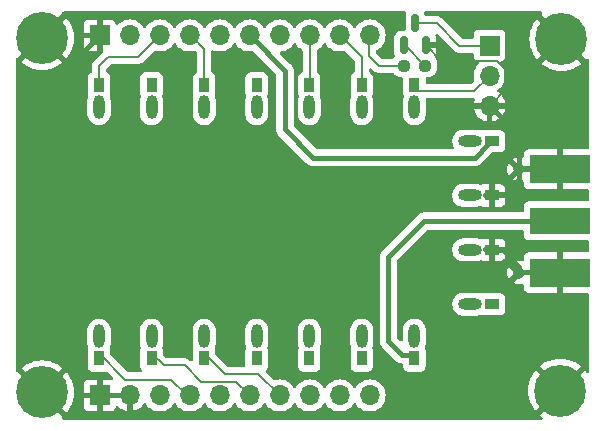
<source format=gbr>
%TF.GenerationSoftware,KiCad,Pcbnew,8.0.4*%
%TF.CreationDate,2024-07-23T12:10:31-05:00*%
%TF.ProjectId,sa8x8-breakout,73613878-382d-4627-9265-616b6f75742e,rev?*%
%TF.SameCoordinates,Original*%
%TF.FileFunction,Copper,L1,Top*%
%TF.FilePolarity,Positive*%
%FSLAX46Y46*%
G04 Gerber Fmt 4.6, Leading zero omitted, Abs format (unit mm)*
G04 Created by KiCad (PCBNEW 8.0.4) date 2024-07-23 12:10:31*
%MOMM*%
%LPD*%
G01*
G04 APERTURE LIST*
G04 Aperture macros list*
%AMRoundRect*
0 Rectangle with rounded corners*
0 $1 Rounding radius*
0 $2 $3 $4 $5 $6 $7 $8 $9 X,Y pos of 4 corners*
0 Add a 4 corners polygon primitive as box body*
4,1,4,$2,$3,$4,$5,$6,$7,$8,$9,$2,$3,0*
0 Add four circle primitives for the rounded corners*
1,1,$1+$1,$2,$3*
1,1,$1+$1,$4,$5*
1,1,$1+$1,$6,$7*
1,1,$1+$1,$8,$9*
0 Add four rect primitives between the rounded corners*
20,1,$1+$1,$2,$3,$4,$5,0*
20,1,$1+$1,$4,$5,$6,$7,0*
20,1,$1+$1,$6,$7,$8,$9,0*
20,1,$1+$1,$8,$9,$2,$3,0*%
G04 Aperture macros list end*
%TA.AperFunction,ComponentPad*%
%ADD10C,0.700000*%
%TD*%
%TA.AperFunction,ComponentPad*%
%ADD11C,4.400000*%
%TD*%
%TA.AperFunction,SMDPad,CuDef*%
%ADD12RoundRect,0.237500X-0.250000X-0.237500X0.250000X-0.237500X0.250000X0.237500X-0.250000X0.237500X0*%
%TD*%
%TA.AperFunction,ComponentPad*%
%ADD13O,2.000000X0.950000*%
%TD*%
%TA.AperFunction,ComponentPad*%
%ADD14R,1.300000X0.900000*%
%TD*%
%TA.AperFunction,ComponentPad*%
%ADD15R,1.700000X1.700000*%
%TD*%
%TA.AperFunction,ComponentPad*%
%ADD16O,1.700000X1.700000*%
%TD*%
%TA.AperFunction,SMDPad,CuDef*%
%ADD17RoundRect,0.150000X0.150000X-0.587500X0.150000X0.587500X-0.150000X0.587500X-0.150000X-0.587500X0*%
%TD*%
%TA.AperFunction,ComponentPad*%
%ADD18O,0.950000X2.000000*%
%TD*%
%TA.AperFunction,ComponentPad*%
%ADD19R,0.900000X1.300000*%
%TD*%
%TA.AperFunction,SMDPad,CuDef*%
%ADD20R,5.080000X2.290000*%
%TD*%
%TA.AperFunction,SMDPad,CuDef*%
%ADD21R,5.080000X2.420000*%
%TD*%
%TA.AperFunction,SMDPad,CuDef*%
%ADD22R,0.950000X0.460000*%
%TD*%
%TA.AperFunction,ComponentPad*%
%ADD23C,0.970000*%
%TD*%
%TA.AperFunction,Conductor*%
%ADD24C,0.200000*%
%TD*%
%TA.AperFunction,Conductor*%
%ADD25C,0.460000*%
%TD*%
G04 APERTURE END LIST*
D10*
%TO.P,REF3,1,Pin_1*%
%TO.N,GND*%
X130637594Y-103879080D03*
X131120868Y-102712354D03*
X131120868Y-105045806D03*
X132287594Y-102229080D03*
D11*
X132287594Y-103879080D03*
D10*
X132287594Y-105529080D03*
X133454320Y-102712354D03*
X133454320Y-105045806D03*
X133937594Y-103879080D03*
%TD*%
D12*
%TO.P,R1,1*%
%TO.N,/OPC*%
X162897088Y-76219775D03*
%TO.P,R1,2*%
%TO.N,Net-(Q1-G)*%
X164722088Y-76219775D03*
%TD*%
D13*
%TO.P,J5,*%
%TO.N,*%
X168500534Y-96401419D03*
X168500534Y-91801419D03*
X168500534Y-87201419D03*
X168500534Y-82601419D03*
D14*
%TO.P,J5,1,Pin_1*%
%TO.N,/NC11*%
X170350534Y-96401419D03*
%TO.P,J5,2,Pin_2*%
%TO.N,GND*%
X170350534Y-91801419D03*
%TO.P,J5,3,Pin_3*%
X170350534Y-87201419D03*
%TO.P,J5,4,Pin_4*%
%TO.N,VDD*%
X170350534Y-82601419D03*
%TD*%
D15*
%TO.P,JP2,1,A*%
%TO.N,Net-(JP2-A)*%
X170169246Y-74518430D03*
D16*
%TO.P,JP2,2,C*%
%TO.N,/H{slash}L*%
X170169246Y-77058430D03*
%TO.P,JP2,3,B*%
%TO.N,GND*%
X170169246Y-79598430D03*
%TD*%
D17*
%TO.P,Q1,1,G*%
%TO.N,Net-(Q1-G)*%
X162913021Y-74502897D03*
%TO.P,Q1,2,S*%
%TO.N,GND*%
X164813021Y-74502897D03*
%TO.P,Q1,3,D*%
%TO.N,Net-(JP2-A)*%
X163863021Y-72627897D03*
%TD*%
D10*
%TO.P,REF2,1,Pin_1*%
%TO.N,GND*%
X174606986Y-73972015D03*
X175090260Y-72805289D03*
X175090260Y-75138741D03*
X176256986Y-72322015D03*
D11*
X176256986Y-73972015D03*
D10*
X176256986Y-75622015D03*
X177423712Y-72805289D03*
X177423712Y-75138741D03*
X177906986Y-73972015D03*
%TD*%
D18*
%TO.P,J4,*%
%TO.N,*%
X163803844Y-79743255D03*
X159353844Y-79743255D03*
X154903844Y-79743255D03*
X150453844Y-79743255D03*
X146003844Y-79743255D03*
X141553844Y-79743255D03*
X137103844Y-79743255D03*
D19*
%TO.P,J4,1,Pin_1*%
%TO.N,/H{slash}L*%
X163803844Y-77893255D03*
%TO.P,J4,2,Pin_2*%
%TO.N,/~{PD}*%
X159353844Y-77893255D03*
%TO.P,J4,3,Pin_3*%
%TO.N,/~{PTT}*%
X154903844Y-77893255D03*
%TO.P,J4,4,Pin_4*%
%TO.N,/NC04*%
X150453844Y-77893255D03*
%TO.P,J4,5,Pin_5*%
%TO.N,/AF_OUT*%
X146003844Y-77893255D03*
%TO.P,J4,6,Pin_6*%
%TO.N,/NC02*%
X141553844Y-77893255D03*
%TO.P,J4,7,Pin_7*%
%TO.N,/~{Audio_ON}*%
X137103844Y-77893255D03*
%TD*%
D20*
%TO.P,J3,1,In*%
%TO.N,/ANT*%
X176097887Y-89353425D03*
D21*
%TO.P,J3,2,Ext*%
%TO.N,GND*%
X176097887Y-93733425D03*
X176097887Y-84973425D03*
D22*
X173107887Y-93733425D03*
X173107887Y-84973425D03*
D23*
X172657887Y-93733425D03*
X172657887Y-84973425D03*
%TD*%
D10*
%TO.P,REF1,1,Pin_1*%
%TO.N,GND*%
X130615465Y-73869715D03*
X131098739Y-72702989D03*
X131098739Y-75036441D03*
X132265465Y-72219715D03*
D11*
X132265465Y-73869715D03*
D10*
X132265465Y-75519715D03*
X133432191Y-72702989D03*
X133432191Y-75036441D03*
X133915465Y-73869715D03*
%TD*%
D18*
%TO.P,J6,*%
%TO.N,*%
X137101526Y-99132648D03*
X141551526Y-99132648D03*
X146001526Y-99132648D03*
X150451526Y-99132648D03*
X154901526Y-99132648D03*
X159351526Y-99132648D03*
X163801526Y-99132648D03*
D19*
%TO.P,J6,1,Pin_1*%
%TO.N,/MIC_IN*%
X137101526Y-100982648D03*
%TO.P,J6,2,Pin_2*%
%TO.N,/TXD*%
X141551526Y-100982648D03*
%TO.P,J6,3,Pin_3*%
%TO.N,/RXD*%
X146001526Y-100982648D03*
%TO.P,J6,4,Pin_4*%
%TO.N,/NC15*%
X150451526Y-100982648D03*
%TO.P,J6,5,Pin_5*%
%TO.N,/NC14*%
X154901526Y-100982648D03*
%TO.P,J6,6,Pin_6*%
%TO.N,/NC13*%
X159351526Y-100982648D03*
%TO.P,J6,7,Pin_7*%
%TO.N,/ANT*%
X163801526Y-100982648D03*
%TD*%
D10*
%TO.P,REF4,1,Pin_1*%
%TO.N,GND*%
X174500000Y-103728194D03*
X174983274Y-102561468D03*
X174983274Y-104894920D03*
X176150000Y-102078194D03*
D11*
X176150000Y-103728194D03*
D10*
X176150000Y-105378194D03*
X177316726Y-102561468D03*
X177316726Y-104894920D03*
X177800000Y-103728194D03*
%TD*%
D15*
%TO.P,J1,1,Pin_1*%
%TO.N,GND*%
X137160000Y-73660000D03*
D16*
%TO.P,J1,2,Pin_2*%
%TO.N,unconnected-(J1-Pin_2-Pad2)*%
X139700000Y-73660000D03*
%TO.P,J1,3,Pin_3*%
%TO.N,/~{Audio_ON}*%
X142240000Y-73660000D03*
%TO.P,J1,4,Pin_4*%
%TO.N,/AF_OUT*%
X144780000Y-73660000D03*
%TO.P,J1,5,Pin_5*%
%TO.N,unconnected-(J1-Pin_5-Pad5)*%
X147320000Y-73660000D03*
%TO.P,J1,6,Pin_6*%
%TO.N,VDD*%
X149860000Y-73660000D03*
%TO.P,J1,7,Pin_7*%
%TO.N,unconnected-(J1-Pin_7-Pad7)*%
X152400000Y-73660000D03*
%TO.P,J1,8,Pin_8*%
%TO.N,/~{PTT}*%
X154940000Y-73660000D03*
%TO.P,J1,9,Pin_9*%
%TO.N,/~{PD}*%
X157480000Y-73660000D03*
%TO.P,J1,10,Pin_10*%
%TO.N,/OPC*%
X160020000Y-73660000D03*
%TD*%
D15*
%TO.P,J2,1,Pin_1*%
%TO.N,GND*%
X137160000Y-104140000D03*
D16*
%TO.P,J2,2,Pin_2*%
X139700000Y-104140000D03*
%TO.P,J2,3,Pin_3*%
%TO.N,unconnected-(J2-Pin_3-Pad3)*%
X142240000Y-104140000D03*
%TO.P,J2,4,Pin_4*%
%TO.N,/MIC_IN*%
X144780000Y-104140000D03*
%TO.P,J2,5,Pin_5*%
%TO.N,unconnected-(J2-Pin_5-Pad5)*%
X147320000Y-104140000D03*
%TO.P,J2,6,Pin_6*%
%TO.N,/TXD*%
X149860000Y-104140000D03*
%TO.P,J2,7,Pin_7*%
%TO.N,/RXD*%
X152400000Y-104140000D03*
%TO.P,J2,8,Pin_8*%
%TO.N,unconnected-(J2-Pin_8-Pad8)*%
X154940000Y-104140000D03*
%TO.P,J2,9,Pin_9*%
%TO.N,unconnected-(J2-Pin_9-Pad9)*%
X157480000Y-104140000D03*
%TO.P,J2,10,Pin_10*%
%TO.N,unconnected-(J2-Pin_10-Pad10)*%
X160020000Y-104140000D03*
%TD*%
D24*
%TO.N,GND*%
X171496861Y-76500205D02*
X171496861Y-78270815D01*
D25*
X171196000Y-91753000D02*
X172700594Y-93257594D01*
X172700594Y-93257594D02*
X172700594Y-93761835D01*
X137160000Y-73660000D02*
X132647000Y-78173000D01*
X169792000Y-91753000D02*
X171196000Y-91753000D01*
D24*
X170786513Y-75789857D02*
X171496861Y-76500205D01*
D25*
X171380339Y-87153000D02*
X172682031Y-85851308D01*
X172682031Y-85851308D02*
X172682031Y-82111215D01*
X132647000Y-78173000D02*
X132647000Y-84853200D01*
D24*
X164813021Y-74502897D02*
X166099981Y-75789857D01*
X171496861Y-78270815D02*
X170169246Y-79598430D01*
D25*
X172682031Y-82111215D02*
X170169246Y-79598430D01*
D24*
X166099981Y-75789857D02*
X170786513Y-75789857D01*
D25*
X169792000Y-87153000D02*
X171380339Y-87153000D01*
D24*
%TO.N,/~{Audio_ON}*%
X142240000Y-73660000D02*
X140446770Y-75453230D01*
X137906770Y-75453230D02*
X137091900Y-76268100D01*
X140446770Y-75453230D02*
X137906770Y-75453230D01*
X137091900Y-76268100D02*
X137091900Y-78343000D01*
%TO.N,/AF_OUT*%
X145991900Y-74792281D02*
X145991900Y-78343000D01*
X144859619Y-73660000D02*
X145991900Y-74792281D01*
%TO.N,/RXD*%
X147773228Y-102344528D02*
X145991900Y-100563200D01*
X152400000Y-104140000D02*
X150604528Y-102344528D01*
X150604528Y-102344528D02*
X147773228Y-102344528D01*
%TO.N,/MIC_IN*%
X143208912Y-102795897D02*
X139324597Y-102795897D01*
X144553015Y-104140000D02*
X143208912Y-102795897D01*
X139324597Y-102795897D02*
X137091900Y-100563200D01*
%TO.N,/~{PD}*%
X157480000Y-73660000D02*
X159341900Y-75521900D01*
X159341900Y-75521900D02*
X159341900Y-78343000D01*
%TO.N,/TXD*%
X144374799Y-101600000D02*
X142578700Y-101600000D01*
X142578700Y-101600000D02*
X141541900Y-100563200D01*
X149860000Y-104140000D02*
X148710000Y-102990000D01*
X148710000Y-102990000D02*
X145764799Y-102990000D01*
X145764799Y-102990000D02*
X144374799Y-101600000D01*
%TO.N,/H{slash}L*%
X168884676Y-78343000D02*
X163791900Y-78343000D01*
X170169246Y-77058430D02*
X168884676Y-78343000D01*
D25*
%TO.N,VDD*%
X149860000Y-73660000D02*
X152845578Y-76645578D01*
X155236420Y-83997420D02*
X168909396Y-83997420D01*
X170050534Y-82856282D02*
X170050534Y-82601419D01*
X152845578Y-76645578D02*
X152845578Y-81606578D01*
X168909396Y-83997420D02*
X170050534Y-82856282D01*
X152845578Y-81606578D02*
X155236420Y-83997420D01*
D24*
%TO.N,/~{PTT}*%
X154940000Y-73660000D02*
X154940000Y-78294900D01*
D25*
%TO.N,/ANT*%
X162749633Y-100682648D02*
X161603434Y-99536449D01*
X161603434Y-99536449D02*
X161603434Y-92396566D01*
X161603434Y-92396566D02*
X164621599Y-89378401D01*
X164621599Y-89378401D02*
X175349114Y-89378401D01*
X163801526Y-100682648D02*
X162749633Y-100682648D01*
D24*
%TO.N,Net-(Q1-G)*%
X164722088Y-76219775D02*
X163005210Y-74502897D01*
%TO.N,Net-(JP2-A)*%
X167604650Y-74518430D02*
X165714117Y-72627897D01*
X170169246Y-74518430D02*
X167604650Y-74518430D01*
X165714117Y-72627897D02*
X163863021Y-72627897D01*
%TO.N,/OPC*%
X160767907Y-76219775D02*
X159963949Y-75415817D01*
X159963949Y-75415817D02*
X159963949Y-73689695D01*
X162897088Y-76219775D02*
X160767907Y-76219775D01*
%TD*%
%TA.AperFunction,Conductor*%
%TO.N,GND*%
G36*
X139234075Y-103947007D02*
G01*
X139200000Y-104074174D01*
X139200000Y-104205826D01*
X139234075Y-104332993D01*
X139266988Y-104390000D01*
X137593012Y-104390000D01*
X137625925Y-104332993D01*
X137660000Y-104205826D01*
X137660000Y-104074174D01*
X137625925Y-103947007D01*
X137593012Y-103890000D01*
X139266988Y-103890000D01*
X139234075Y-103947007D01*
G37*
%TD.AperFunction*%
%TA.AperFunction,Conductor*%
G36*
X163059502Y-71640185D02*
G01*
X163105257Y-71692989D01*
X163115201Y-71762147D01*
X163111539Y-71779095D01*
X163065423Y-71937823D01*
X163065422Y-71937829D01*
X163062521Y-71974695D01*
X163062521Y-73140897D01*
X163042836Y-73207936D01*
X162990032Y-73253691D01*
X162938521Y-73264897D01*
X162697319Y-73264897D01*
X162660453Y-73267798D01*
X162660447Y-73267799D01*
X162502627Y-73313651D01*
X162502624Y-73313652D01*
X162361158Y-73397314D01*
X162361150Y-73397320D01*
X162244944Y-73513526D01*
X162244938Y-73513534D01*
X162161276Y-73655000D01*
X162161275Y-73655003D01*
X162115423Y-73812823D01*
X162115422Y-73812829D01*
X162112521Y-73849695D01*
X162112521Y-75156098D01*
X162115422Y-75192964D01*
X162115423Y-75192970D01*
X162157386Y-75337405D01*
X162157187Y-75407274D01*
X162125992Y-75459681D01*
X162064246Y-75521427D01*
X162040226Y-75560371D01*
X161988278Y-75607096D01*
X161934687Y-75619275D01*
X161068004Y-75619275D01*
X161000965Y-75599590D01*
X160980323Y-75582956D01*
X160600768Y-75203401D01*
X160567283Y-75142078D01*
X160564449Y-75115720D01*
X160564449Y-74975227D01*
X160584134Y-74908188D01*
X160636043Y-74862846D01*
X160697830Y-74834035D01*
X160891401Y-74698495D01*
X161058495Y-74531401D01*
X161194035Y-74337830D01*
X161293903Y-74123663D01*
X161355063Y-73895408D01*
X161375659Y-73660000D01*
X161375221Y-73654999D01*
X161364135Y-73528284D01*
X161355063Y-73424592D01*
X161293903Y-73196337D01*
X161194035Y-72982171D01*
X161188425Y-72974158D01*
X161058494Y-72788597D01*
X160891402Y-72621506D01*
X160891395Y-72621501D01*
X160878787Y-72612673D01*
X160816255Y-72568887D01*
X160697834Y-72485967D01*
X160697830Y-72485965D01*
X160626727Y-72452809D01*
X160483663Y-72386097D01*
X160483659Y-72386096D01*
X160483655Y-72386094D01*
X160255413Y-72324938D01*
X160255403Y-72324936D01*
X160020001Y-72304341D01*
X160019999Y-72304341D01*
X159784596Y-72324936D01*
X159784586Y-72324938D01*
X159556344Y-72386094D01*
X159556335Y-72386098D01*
X159342171Y-72485964D01*
X159342169Y-72485965D01*
X159148597Y-72621505D01*
X158981505Y-72788597D01*
X158851575Y-72974158D01*
X158796998Y-73017783D01*
X158727500Y-73024977D01*
X158665145Y-72993454D01*
X158648425Y-72974158D01*
X158518494Y-72788597D01*
X158351402Y-72621506D01*
X158351395Y-72621501D01*
X158338787Y-72612673D01*
X158276255Y-72568887D01*
X158157834Y-72485967D01*
X158157830Y-72485965D01*
X158086727Y-72452809D01*
X157943663Y-72386097D01*
X157943659Y-72386096D01*
X157943655Y-72386094D01*
X157715413Y-72324938D01*
X157715403Y-72324936D01*
X157480001Y-72304341D01*
X157479999Y-72304341D01*
X157244596Y-72324936D01*
X157244586Y-72324938D01*
X157016344Y-72386094D01*
X157016335Y-72386098D01*
X156802171Y-72485964D01*
X156802169Y-72485965D01*
X156608597Y-72621505D01*
X156441505Y-72788597D01*
X156311575Y-72974158D01*
X156256998Y-73017783D01*
X156187500Y-73024977D01*
X156125145Y-72993454D01*
X156108425Y-72974158D01*
X155978494Y-72788597D01*
X155811402Y-72621506D01*
X155811395Y-72621501D01*
X155798787Y-72612673D01*
X155736255Y-72568887D01*
X155617834Y-72485967D01*
X155617830Y-72485965D01*
X155546727Y-72452809D01*
X155403663Y-72386097D01*
X155403659Y-72386096D01*
X155403655Y-72386094D01*
X155175413Y-72324938D01*
X155175403Y-72324936D01*
X154940001Y-72304341D01*
X154939999Y-72304341D01*
X154704596Y-72324936D01*
X154704586Y-72324938D01*
X154476344Y-72386094D01*
X154476335Y-72386098D01*
X154262171Y-72485964D01*
X154262169Y-72485965D01*
X154068597Y-72621505D01*
X153901505Y-72788597D01*
X153771575Y-72974158D01*
X153716998Y-73017783D01*
X153647500Y-73024977D01*
X153585145Y-72993454D01*
X153568425Y-72974158D01*
X153438494Y-72788597D01*
X153271402Y-72621506D01*
X153271395Y-72621501D01*
X153258787Y-72612673D01*
X153196255Y-72568887D01*
X153077834Y-72485967D01*
X153077830Y-72485965D01*
X153006727Y-72452809D01*
X152863663Y-72386097D01*
X152863659Y-72386096D01*
X152863655Y-72386094D01*
X152635413Y-72324938D01*
X152635403Y-72324936D01*
X152400001Y-72304341D01*
X152399999Y-72304341D01*
X152164596Y-72324936D01*
X152164586Y-72324938D01*
X151936344Y-72386094D01*
X151936335Y-72386098D01*
X151722171Y-72485964D01*
X151722169Y-72485965D01*
X151528597Y-72621505D01*
X151361505Y-72788597D01*
X151231575Y-72974158D01*
X151176998Y-73017783D01*
X151107500Y-73024977D01*
X151045145Y-72993454D01*
X151028425Y-72974158D01*
X150898494Y-72788597D01*
X150731402Y-72621506D01*
X150731395Y-72621501D01*
X150718787Y-72612673D01*
X150656255Y-72568887D01*
X150537834Y-72485967D01*
X150537830Y-72485965D01*
X150466727Y-72452809D01*
X150323663Y-72386097D01*
X150323659Y-72386096D01*
X150323655Y-72386094D01*
X150095413Y-72324938D01*
X150095403Y-72324936D01*
X149860001Y-72304341D01*
X149859999Y-72304341D01*
X149624596Y-72324936D01*
X149624586Y-72324938D01*
X149396344Y-72386094D01*
X149396335Y-72386098D01*
X149182171Y-72485964D01*
X149182169Y-72485965D01*
X148988597Y-72621505D01*
X148821505Y-72788597D01*
X148691575Y-72974158D01*
X148636998Y-73017783D01*
X148567500Y-73024977D01*
X148505145Y-72993454D01*
X148488425Y-72974158D01*
X148358494Y-72788597D01*
X148191402Y-72621506D01*
X148191395Y-72621501D01*
X148178787Y-72612673D01*
X148116255Y-72568887D01*
X147997834Y-72485967D01*
X147997830Y-72485965D01*
X147926727Y-72452809D01*
X147783663Y-72386097D01*
X147783659Y-72386096D01*
X147783655Y-72386094D01*
X147555413Y-72324938D01*
X147555403Y-72324936D01*
X147320001Y-72304341D01*
X147319999Y-72304341D01*
X147084596Y-72324936D01*
X147084586Y-72324938D01*
X146856344Y-72386094D01*
X146856335Y-72386098D01*
X146642171Y-72485964D01*
X146642169Y-72485965D01*
X146448597Y-72621505D01*
X146281505Y-72788597D01*
X146151575Y-72974158D01*
X146096998Y-73017783D01*
X146027500Y-73024977D01*
X145965145Y-72993454D01*
X145948425Y-72974158D01*
X145818494Y-72788597D01*
X145651402Y-72621506D01*
X145651395Y-72621501D01*
X145638787Y-72612673D01*
X145576255Y-72568887D01*
X145457834Y-72485967D01*
X145457830Y-72485965D01*
X145386727Y-72452809D01*
X145243663Y-72386097D01*
X145243659Y-72386096D01*
X145243655Y-72386094D01*
X145015413Y-72324938D01*
X145015403Y-72324936D01*
X144780001Y-72304341D01*
X144779999Y-72304341D01*
X144544596Y-72324936D01*
X144544586Y-72324938D01*
X144316344Y-72386094D01*
X144316335Y-72386098D01*
X144102171Y-72485964D01*
X144102169Y-72485965D01*
X143908597Y-72621505D01*
X143741505Y-72788597D01*
X143611575Y-72974158D01*
X143556998Y-73017783D01*
X143487500Y-73024977D01*
X143425145Y-72993454D01*
X143408425Y-72974158D01*
X143278494Y-72788597D01*
X143111402Y-72621506D01*
X143111395Y-72621501D01*
X143098787Y-72612673D01*
X143036255Y-72568887D01*
X142917834Y-72485967D01*
X142917830Y-72485965D01*
X142846727Y-72452809D01*
X142703663Y-72386097D01*
X142703659Y-72386096D01*
X142703655Y-72386094D01*
X142475413Y-72324938D01*
X142475403Y-72324936D01*
X142240001Y-72304341D01*
X142239999Y-72304341D01*
X142004596Y-72324936D01*
X142004586Y-72324938D01*
X141776344Y-72386094D01*
X141776335Y-72386098D01*
X141562171Y-72485964D01*
X141562169Y-72485965D01*
X141368597Y-72621505D01*
X141201505Y-72788597D01*
X141071575Y-72974158D01*
X141016998Y-73017783D01*
X140947500Y-73024977D01*
X140885145Y-72993454D01*
X140868425Y-72974158D01*
X140738494Y-72788597D01*
X140571402Y-72621506D01*
X140571395Y-72621501D01*
X140558787Y-72612673D01*
X140496255Y-72568887D01*
X140377834Y-72485967D01*
X140377830Y-72485965D01*
X140306727Y-72452809D01*
X140163663Y-72386097D01*
X140163659Y-72386096D01*
X140163655Y-72386094D01*
X139935413Y-72324938D01*
X139935403Y-72324936D01*
X139700001Y-72304341D01*
X139699999Y-72304341D01*
X139464596Y-72324936D01*
X139464586Y-72324938D01*
X139236344Y-72386094D01*
X139236335Y-72386098D01*
X139022171Y-72485964D01*
X139022169Y-72485965D01*
X138828600Y-72621503D01*
X138706284Y-72743819D01*
X138644961Y-72777303D01*
X138575269Y-72772319D01*
X138519336Y-72730447D01*
X138502421Y-72699470D01*
X138453354Y-72567913D01*
X138453350Y-72567906D01*
X138367190Y-72452812D01*
X138367187Y-72452809D01*
X138252093Y-72366649D01*
X138252086Y-72366645D01*
X138117379Y-72316403D01*
X138117372Y-72316401D01*
X138057844Y-72310000D01*
X137410000Y-72310000D01*
X137410000Y-73226988D01*
X137352993Y-73194075D01*
X137225826Y-73160000D01*
X137094174Y-73160000D01*
X136967007Y-73194075D01*
X136910000Y-73226988D01*
X136910000Y-72310000D01*
X136262155Y-72310000D01*
X136202627Y-72316401D01*
X136202620Y-72316403D01*
X136067913Y-72366645D01*
X136067906Y-72366649D01*
X135952812Y-72452809D01*
X135952809Y-72452812D01*
X135866649Y-72567906D01*
X135866645Y-72567913D01*
X135816403Y-72702620D01*
X135816401Y-72702627D01*
X135810000Y-72762155D01*
X135810000Y-73410000D01*
X136726988Y-73410000D01*
X136694075Y-73467007D01*
X136660000Y-73594174D01*
X136660000Y-73725826D01*
X136694075Y-73852993D01*
X136726988Y-73910000D01*
X135810000Y-73910000D01*
X135810000Y-74557844D01*
X135816401Y-74617372D01*
X135816403Y-74617379D01*
X135866645Y-74752086D01*
X135866649Y-74752093D01*
X135952809Y-74867187D01*
X135952812Y-74867190D01*
X136067906Y-74953350D01*
X136067913Y-74953354D01*
X136202620Y-75003596D01*
X136202627Y-75003598D01*
X136262155Y-75009999D01*
X136262172Y-75010000D01*
X136910000Y-75010000D01*
X136910000Y-74093012D01*
X136967007Y-74125925D01*
X137094174Y-74160000D01*
X137225826Y-74160000D01*
X137352993Y-74125925D01*
X137410000Y-74093012D01*
X137410000Y-75049402D01*
X137390315Y-75116441D01*
X137373681Y-75137083D01*
X136611381Y-75899382D01*
X136611379Y-75899384D01*
X136593619Y-75930146D01*
X136586112Y-75943150D01*
X136532323Y-76036315D01*
X136491399Y-76189043D01*
X136491399Y-76189045D01*
X136491399Y-76357146D01*
X136491400Y-76357159D01*
X136491400Y-76683567D01*
X136471715Y-76750606D01*
X136418911Y-76796361D01*
X136411765Y-76799321D01*
X136411508Y-76799461D01*
X136296299Y-76885707D01*
X136296296Y-76885710D01*
X136210050Y-77000919D01*
X136210046Y-77000926D01*
X136159752Y-77135772D01*
X136153345Y-77195371D01*
X136153345Y-77195378D01*
X136153344Y-77195390D01*
X136153344Y-78591125D01*
X136153345Y-78591131D01*
X136159752Y-78650738D01*
X136201119Y-78761647D01*
X136206103Y-78831339D01*
X136199499Y-78852431D01*
X136165833Y-78933711D01*
X136165831Y-78933715D01*
X136165829Y-78933719D01*
X136128344Y-79122172D01*
X136128344Y-80364337D01*
X136165830Y-80552790D01*
X136165833Y-80552802D01*
X136239364Y-80730323D01*
X136239365Y-80730325D01*
X136346123Y-80890099D01*
X136346126Y-80890103D01*
X136481995Y-81025972D01*
X136481999Y-81025975D01*
X136641771Y-81132732D01*
X136641772Y-81132732D01*
X136641773Y-81132733D01*
X136641775Y-81132734D01*
X136819296Y-81206265D01*
X136819301Y-81206267D01*
X137007761Y-81243754D01*
X137007764Y-81243755D01*
X137007766Y-81243755D01*
X137199924Y-81243755D01*
X137199925Y-81243754D01*
X137388387Y-81206267D01*
X137565917Y-81132732D01*
X137725689Y-81025975D01*
X137861564Y-80890100D01*
X137968321Y-80730328D01*
X138041856Y-80552798D01*
X138079344Y-80364333D01*
X138079344Y-79122177D01*
X138079344Y-79122176D01*
X138079344Y-79122174D01*
X138079343Y-79122172D01*
X140578344Y-79122172D01*
X140578344Y-80364337D01*
X140615830Y-80552790D01*
X140615833Y-80552802D01*
X140689364Y-80730323D01*
X140689365Y-80730325D01*
X140796123Y-80890099D01*
X140796126Y-80890103D01*
X140931995Y-81025972D01*
X140931999Y-81025975D01*
X141091771Y-81132732D01*
X141091772Y-81132732D01*
X141091773Y-81132733D01*
X141091775Y-81132734D01*
X141269296Y-81206265D01*
X141269301Y-81206267D01*
X141457761Y-81243754D01*
X141457764Y-81243755D01*
X141457766Y-81243755D01*
X141649924Y-81243755D01*
X141649925Y-81243754D01*
X141838387Y-81206267D01*
X142015917Y-81132732D01*
X142175689Y-81025975D01*
X142311564Y-80890100D01*
X142418321Y-80730328D01*
X142491856Y-80552798D01*
X142529344Y-80364333D01*
X142529344Y-79122177D01*
X142529344Y-79122176D01*
X142529344Y-79122174D01*
X142529343Y-79122172D01*
X142521978Y-79085147D01*
X142491856Y-78933712D01*
X142458188Y-78852432D01*
X142450720Y-78782965D01*
X142456568Y-78761648D01*
X142497935Y-78650738D01*
X142504344Y-78591128D01*
X142504343Y-77195383D01*
X142497935Y-77135772D01*
X142496036Y-77130681D01*
X142447641Y-77000926D01*
X142447637Y-77000919D01*
X142361391Y-76885710D01*
X142361388Y-76885707D01*
X142246179Y-76799461D01*
X142246172Y-76799457D01*
X142111326Y-76749163D01*
X142111327Y-76749163D01*
X142051727Y-76742756D01*
X142051725Y-76742755D01*
X142051717Y-76742755D01*
X142051708Y-76742755D01*
X141055973Y-76742755D01*
X141055967Y-76742756D01*
X140996360Y-76749163D01*
X140861515Y-76799457D01*
X140861508Y-76799461D01*
X140746299Y-76885707D01*
X140746296Y-76885710D01*
X140660050Y-77000919D01*
X140660046Y-77000926D01*
X140609752Y-77135772D01*
X140603345Y-77195371D01*
X140603345Y-77195378D01*
X140603344Y-77195390D01*
X140603344Y-78591125D01*
X140603345Y-78591131D01*
X140609752Y-78650738D01*
X140651119Y-78761647D01*
X140656103Y-78831339D01*
X140649499Y-78852431D01*
X140615833Y-78933711D01*
X140615831Y-78933715D01*
X140615829Y-78933719D01*
X140578344Y-79122172D01*
X138079343Y-79122172D01*
X138071978Y-79085147D01*
X138041856Y-78933712D01*
X138008188Y-78852432D01*
X138000720Y-78782965D01*
X138006568Y-78761648D01*
X138047935Y-78650738D01*
X138054344Y-78591128D01*
X138054343Y-77195383D01*
X138047935Y-77135772D01*
X138046036Y-77130681D01*
X137997641Y-77000926D01*
X137997637Y-77000919D01*
X137911391Y-76885710D01*
X137911388Y-76885707D01*
X137796178Y-76799460D01*
X137773064Y-76790839D01*
X137717131Y-76748967D01*
X137692716Y-76683502D01*
X137692400Y-76674658D01*
X137692400Y-76568197D01*
X137712085Y-76501158D01*
X137728719Y-76480516D01*
X138119186Y-76090049D01*
X138180509Y-76056564D01*
X138206867Y-76053730D01*
X140360101Y-76053730D01*
X140360117Y-76053731D01*
X140367713Y-76053731D01*
X140525824Y-76053731D01*
X140525827Y-76053731D01*
X140678555Y-76012807D01*
X140743356Y-75975394D01*
X140815486Y-75933750D01*
X140927290Y-75821946D01*
X140927290Y-75821944D01*
X140937494Y-75811741D01*
X140937498Y-75811736D01*
X141756470Y-74992763D01*
X141817791Y-74959280D01*
X141876238Y-74960670D01*
X142004592Y-74995063D01*
X142175319Y-75010000D01*
X142239999Y-75015659D01*
X142240000Y-75015659D01*
X142240001Y-75015659D01*
X142304681Y-75010000D01*
X142475408Y-74995063D01*
X142703663Y-74933903D01*
X142917830Y-74834035D01*
X143111401Y-74698495D01*
X143278495Y-74531401D01*
X143408425Y-74345842D01*
X143463002Y-74302217D01*
X143532500Y-74295023D01*
X143594855Y-74326546D01*
X143611575Y-74345842D01*
X143741500Y-74531395D01*
X143741505Y-74531401D01*
X143908599Y-74698495D01*
X143923242Y-74708748D01*
X144102165Y-74834032D01*
X144102167Y-74834033D01*
X144102170Y-74834035D01*
X144316337Y-74933903D01*
X144544592Y-74995063D01*
X144715319Y-75010000D01*
X144779999Y-75015659D01*
X144780000Y-75015659D01*
X144780001Y-75015659D01*
X144844681Y-75010000D01*
X145015408Y-74995063D01*
X145206554Y-74943846D01*
X145276399Y-74945509D01*
X145326324Y-74975940D01*
X145355081Y-75004697D01*
X145388566Y-75066020D01*
X145391400Y-75092378D01*
X145391400Y-76683567D01*
X145371715Y-76750606D01*
X145318911Y-76796361D01*
X145311765Y-76799321D01*
X145311508Y-76799461D01*
X145196299Y-76885707D01*
X145196296Y-76885710D01*
X145110050Y-77000919D01*
X145110046Y-77000926D01*
X145059752Y-77135772D01*
X145053345Y-77195371D01*
X145053345Y-77195378D01*
X145053344Y-77195390D01*
X145053344Y-78591125D01*
X145053345Y-78591131D01*
X145059752Y-78650738D01*
X145101119Y-78761647D01*
X145106103Y-78831339D01*
X145099499Y-78852431D01*
X145065833Y-78933711D01*
X145065831Y-78933715D01*
X145065829Y-78933719D01*
X145028344Y-79122172D01*
X145028344Y-80364337D01*
X145065830Y-80552790D01*
X145065833Y-80552802D01*
X145139364Y-80730323D01*
X145139365Y-80730325D01*
X145246123Y-80890099D01*
X145246126Y-80890103D01*
X145381995Y-81025972D01*
X145381999Y-81025975D01*
X145541771Y-81132732D01*
X145541772Y-81132732D01*
X145541773Y-81132733D01*
X145541775Y-81132734D01*
X145719296Y-81206265D01*
X145719301Y-81206267D01*
X145907761Y-81243754D01*
X145907764Y-81243755D01*
X145907766Y-81243755D01*
X146099924Y-81243755D01*
X146099925Y-81243754D01*
X146288387Y-81206267D01*
X146465917Y-81132732D01*
X146625689Y-81025975D01*
X146761564Y-80890100D01*
X146868321Y-80730328D01*
X146941856Y-80552798D01*
X146979344Y-80364333D01*
X146979344Y-79122177D01*
X146979344Y-79122176D01*
X146979344Y-79122174D01*
X146979343Y-79122172D01*
X149478344Y-79122172D01*
X149478344Y-80364337D01*
X149515830Y-80552790D01*
X149515833Y-80552802D01*
X149589364Y-80730323D01*
X149589365Y-80730325D01*
X149696123Y-80890099D01*
X149696126Y-80890103D01*
X149831995Y-81025972D01*
X149831999Y-81025975D01*
X149991771Y-81132732D01*
X149991772Y-81132732D01*
X149991773Y-81132733D01*
X149991775Y-81132734D01*
X150169296Y-81206265D01*
X150169301Y-81206267D01*
X150357761Y-81243754D01*
X150357764Y-81243755D01*
X150357766Y-81243755D01*
X150549924Y-81243755D01*
X150549925Y-81243754D01*
X150738387Y-81206267D01*
X150915917Y-81132732D01*
X151075689Y-81025975D01*
X151211564Y-80890100D01*
X151318321Y-80730328D01*
X151391856Y-80552798D01*
X151429344Y-80364333D01*
X151429344Y-79122177D01*
X151429344Y-79122176D01*
X151429344Y-79122174D01*
X151429343Y-79122172D01*
X151421978Y-79085147D01*
X151391856Y-78933712D01*
X151358188Y-78852432D01*
X151350720Y-78782965D01*
X151356568Y-78761648D01*
X151397935Y-78650738D01*
X151404344Y-78591128D01*
X151404343Y-77195383D01*
X151397935Y-77135772D01*
X151396036Y-77130681D01*
X151347641Y-77000926D01*
X151347637Y-77000919D01*
X151261391Y-76885710D01*
X151261388Y-76885707D01*
X151146179Y-76799461D01*
X151146172Y-76799457D01*
X151011326Y-76749163D01*
X151011327Y-76749163D01*
X150951727Y-76742756D01*
X150951725Y-76742755D01*
X150951717Y-76742755D01*
X150951708Y-76742755D01*
X149955973Y-76742755D01*
X149955967Y-76742756D01*
X149896360Y-76749163D01*
X149761515Y-76799457D01*
X149761508Y-76799461D01*
X149646299Y-76885707D01*
X149646296Y-76885710D01*
X149560050Y-77000919D01*
X149560046Y-77000926D01*
X149509752Y-77135772D01*
X149503345Y-77195371D01*
X149503345Y-77195378D01*
X149503344Y-77195390D01*
X149503344Y-78591125D01*
X149503345Y-78591131D01*
X149509752Y-78650738D01*
X149551119Y-78761647D01*
X149556103Y-78831339D01*
X149549499Y-78852431D01*
X149515833Y-78933711D01*
X149515831Y-78933715D01*
X149515829Y-78933719D01*
X149478344Y-79122172D01*
X146979343Y-79122172D01*
X146971978Y-79085147D01*
X146941856Y-78933712D01*
X146908188Y-78852432D01*
X146900720Y-78782965D01*
X146906568Y-78761648D01*
X146947935Y-78650738D01*
X146954344Y-78591128D01*
X146954343Y-77195383D01*
X146947935Y-77135772D01*
X146946036Y-77130681D01*
X146897641Y-77000926D01*
X146897637Y-77000919D01*
X146811391Y-76885710D01*
X146811388Y-76885707D01*
X146696178Y-76799460D01*
X146673064Y-76790839D01*
X146617131Y-76748967D01*
X146592716Y-76683502D01*
X146592400Y-76674658D01*
X146592400Y-75005468D01*
X146612085Y-74938429D01*
X146664889Y-74892674D01*
X146734047Y-74882730D01*
X146768804Y-74893085D01*
X146856337Y-74933903D01*
X147084592Y-74995063D01*
X147255319Y-75010000D01*
X147319999Y-75015659D01*
X147320000Y-75015659D01*
X147320001Y-75015659D01*
X147384681Y-75010000D01*
X147555408Y-74995063D01*
X147783663Y-74933903D01*
X147997830Y-74834035D01*
X148191401Y-74698495D01*
X148358495Y-74531401D01*
X148488425Y-74345842D01*
X148543002Y-74302217D01*
X148612500Y-74295023D01*
X148674855Y-74326546D01*
X148691575Y-74345842D01*
X148821500Y-74531395D01*
X148821505Y-74531401D01*
X148988599Y-74698495D01*
X149003242Y-74708748D01*
X149182165Y-74834032D01*
X149182167Y-74834033D01*
X149182170Y-74834035D01*
X149396337Y-74933903D01*
X149624592Y-74995063D01*
X149795319Y-75010000D01*
X149859999Y-75015659D01*
X149860000Y-75015659D01*
X149860001Y-75015659D01*
X149881258Y-75013799D01*
X150095408Y-74995063D01*
X150095412Y-74995061D01*
X150099021Y-74994746D01*
X150167521Y-75008512D01*
X150197510Y-75030593D01*
X152078759Y-76911842D01*
X152112244Y-76973165D01*
X152115078Y-76999523D01*
X152115078Y-81529494D01*
X152115077Y-81529520D01*
X152115077Y-81534630D01*
X152115077Y-81678526D01*
X152126696Y-81736939D01*
X152126697Y-81736941D01*
X152126697Y-81736943D01*
X152143148Y-81819649D01*
X152143150Y-81819657D01*
X152198215Y-81952597D01*
X152198220Y-81952606D01*
X152278160Y-82072244D01*
X152278163Y-82072248D01*
X152384230Y-82178315D01*
X152384252Y-82178335D01*
X154665877Y-84459960D01*
X154665906Y-84459991D01*
X154770749Y-84564834D01*
X154770753Y-84564837D01*
X154890391Y-84644777D01*
X154890397Y-84644780D01*
X154890398Y-84644781D01*
X155023341Y-84699848D01*
X155023345Y-84699848D01*
X155023346Y-84699849D01*
X155164469Y-84727921D01*
X155164472Y-84727921D01*
X155314482Y-84727921D01*
X155314502Y-84727920D01*
X168831314Y-84727920D01*
X168831334Y-84727921D01*
X168837448Y-84727921D01*
X168981346Y-84727921D01*
X169076291Y-84709034D01*
X169122475Y-84699848D01*
X169255418Y-84644781D01*
X169375063Y-84564837D01*
X169476813Y-84463087D01*
X169476814Y-84463085D01*
X169483880Y-84456019D01*
X169483883Y-84456015D01*
X169817466Y-84122432D01*
X172160447Y-84122432D01*
X172877886Y-84839871D01*
X172887097Y-84836056D01*
X172897572Y-84800386D01*
X172950376Y-84754631D01*
X173001887Y-84743425D01*
X173028454Y-84743425D01*
X173059891Y-84726259D01*
X173086249Y-84723425D01*
X175847887Y-84723425D01*
X175847887Y-83263425D01*
X173510042Y-83263425D01*
X173450514Y-83269826D01*
X173450507Y-83269828D01*
X173315800Y-83320070D01*
X173315793Y-83320074D01*
X173200699Y-83406234D01*
X173200696Y-83406237D01*
X173114536Y-83521331D01*
X173114532Y-83521338D01*
X173064290Y-83656045D01*
X173064288Y-83656052D01*
X173057887Y-83715580D01*
X173057887Y-83898246D01*
X173038202Y-83965285D01*
X172985398Y-84011040D01*
X172916240Y-84020984D01*
X172897893Y-84016907D01*
X172850981Y-84002677D01*
X172657887Y-83983659D01*
X172464794Y-84002676D01*
X172279117Y-84059001D01*
X172160447Y-84122432D01*
X169817466Y-84122432D01*
X170351661Y-83588237D01*
X170412984Y-83554752D01*
X170439342Y-83551918D01*
X171048405Y-83551918D01*
X171048406Y-83551918D01*
X171108017Y-83545510D01*
X171242865Y-83495215D01*
X171358080Y-83408965D01*
X171444330Y-83293750D01*
X171494625Y-83158902D01*
X171501034Y-83099292D01*
X171501033Y-82103547D01*
X171494625Y-82043936D01*
X171444330Y-81909088D01*
X171444329Y-81909087D01*
X171444327Y-81909083D01*
X171358081Y-81793874D01*
X171358078Y-81793871D01*
X171242869Y-81707625D01*
X171242862Y-81707621D01*
X171108016Y-81657327D01*
X171108017Y-81657327D01*
X171048417Y-81650920D01*
X171048415Y-81650919D01*
X171048407Y-81650919D01*
X171048398Y-81650919D01*
X169652663Y-81650919D01*
X169652657Y-81650920D01*
X169593050Y-81657327D01*
X169482141Y-81698694D01*
X169412449Y-81703678D01*
X169391356Y-81697073D01*
X169310081Y-81663408D01*
X169310069Y-81663405D01*
X169121615Y-81625919D01*
X169121612Y-81625919D01*
X167879456Y-81625919D01*
X167879453Y-81625919D01*
X167690998Y-81663405D01*
X167690986Y-81663408D01*
X167513465Y-81736939D01*
X167513463Y-81736940D01*
X167353689Y-81843698D01*
X167353685Y-81843701D01*
X167217816Y-81979570D01*
X167217813Y-81979574D01*
X167111055Y-82139348D01*
X167111054Y-82139350D01*
X167037523Y-82316871D01*
X167037520Y-82316883D01*
X167000034Y-82505336D01*
X167000034Y-82697501D01*
X167037520Y-82885954D01*
X167037523Y-82885966D01*
X167111054Y-83063487D01*
X167111055Y-83063488D01*
X167111057Y-83063492D01*
X167118098Y-83074029D01*
X167138976Y-83140706D01*
X167120492Y-83208086D01*
X167068513Y-83254777D01*
X167014996Y-83266920D01*
X155590365Y-83266920D01*
X155523326Y-83247235D01*
X155502684Y-83230601D01*
X153612397Y-81340314D01*
X153578912Y-81278991D01*
X153576078Y-81252633D01*
X153576078Y-76723660D01*
X153576079Y-76723639D01*
X153576079Y-76573627D01*
X153548007Y-76432504D01*
X153548006Y-76432503D01*
X153548006Y-76432499D01*
X153492939Y-76299556D01*
X153480735Y-76281291D01*
X153469727Y-76264817D01*
X153412995Y-76179911D01*
X153412992Y-76179907D01*
X153308149Y-76075064D01*
X153308118Y-76075035D01*
X152448943Y-75215860D01*
X152415458Y-75154537D01*
X152420442Y-75084845D01*
X152462314Y-75028912D01*
X152525816Y-75004651D01*
X152635408Y-74995063D01*
X152863663Y-74933903D01*
X153077830Y-74834035D01*
X153271401Y-74698495D01*
X153438495Y-74531401D01*
X153568425Y-74345842D01*
X153623002Y-74302217D01*
X153692500Y-74295023D01*
X153754855Y-74326546D01*
X153771575Y-74345842D01*
X153901500Y-74531395D01*
X153901505Y-74531401D01*
X154068599Y-74698495D01*
X154083242Y-74708748D01*
X154262165Y-74834032D01*
X154262167Y-74834033D01*
X154262170Y-74834035D01*
X154267898Y-74836706D01*
X154320339Y-74882872D01*
X154339500Y-74949090D01*
X154339500Y-76665627D01*
X154319815Y-76732666D01*
X154267011Y-76778421D01*
X154258836Y-76781808D01*
X154211509Y-76799460D01*
X154096299Y-76885707D01*
X154096296Y-76885710D01*
X154010050Y-77000919D01*
X154010046Y-77000926D01*
X153959752Y-77135772D01*
X153953345Y-77195371D01*
X153953345Y-77195378D01*
X153953344Y-77195390D01*
X153953344Y-78591125D01*
X153953345Y-78591131D01*
X153959752Y-78650738D01*
X154001119Y-78761647D01*
X154006103Y-78831339D01*
X153999499Y-78852431D01*
X153965833Y-78933711D01*
X153965831Y-78933715D01*
X153965829Y-78933719D01*
X153928344Y-79122172D01*
X153928344Y-80364337D01*
X153965830Y-80552790D01*
X153965833Y-80552802D01*
X154039364Y-80730323D01*
X154039365Y-80730325D01*
X154146123Y-80890099D01*
X154146126Y-80890103D01*
X154281995Y-81025972D01*
X154281999Y-81025975D01*
X154441771Y-81132732D01*
X154441772Y-81132732D01*
X154441773Y-81132733D01*
X154441775Y-81132734D01*
X154619296Y-81206265D01*
X154619301Y-81206267D01*
X154807761Y-81243754D01*
X154807764Y-81243755D01*
X154807766Y-81243755D01*
X154999924Y-81243755D01*
X154999925Y-81243754D01*
X155188387Y-81206267D01*
X155365917Y-81132732D01*
X155525689Y-81025975D01*
X155661564Y-80890100D01*
X155768321Y-80730328D01*
X155841856Y-80552798D01*
X155879344Y-80364333D01*
X155879344Y-79122177D01*
X155879344Y-79122176D01*
X155879344Y-79122174D01*
X155879343Y-79122172D01*
X155871978Y-79085147D01*
X155841856Y-78933712D01*
X155808188Y-78852432D01*
X155800720Y-78782965D01*
X155806568Y-78761648D01*
X155847935Y-78650738D01*
X155854344Y-78591128D01*
X155854343Y-77195383D01*
X155847935Y-77135772D01*
X155846036Y-77130681D01*
X155797641Y-77000926D01*
X155797637Y-77000919D01*
X155711391Y-76885710D01*
X155590188Y-76794976D01*
X155548318Y-76739042D01*
X155540500Y-76695710D01*
X155540500Y-74949090D01*
X155560185Y-74882051D01*
X155612101Y-74836706D01*
X155617830Y-74834035D01*
X155811401Y-74698495D01*
X155978495Y-74531401D01*
X156108425Y-74345842D01*
X156163002Y-74302217D01*
X156232500Y-74295023D01*
X156294855Y-74326546D01*
X156311575Y-74345842D01*
X156441500Y-74531395D01*
X156441505Y-74531401D01*
X156608599Y-74698495D01*
X156623242Y-74708748D01*
X156802165Y-74834032D01*
X156802167Y-74834033D01*
X156802170Y-74834035D01*
X157016337Y-74933903D01*
X157244592Y-74995063D01*
X157415319Y-75010000D01*
X157479999Y-75015659D01*
X157480000Y-75015659D01*
X157480001Y-75015659D01*
X157544681Y-75010000D01*
X157715408Y-74995063D01*
X157843757Y-74960672D01*
X157913606Y-74962335D01*
X157963531Y-74992766D01*
X158705081Y-75734316D01*
X158738566Y-75795639D01*
X158741400Y-75821997D01*
X158741400Y-76683567D01*
X158721715Y-76750606D01*
X158668911Y-76796361D01*
X158661765Y-76799321D01*
X158661508Y-76799461D01*
X158546299Y-76885707D01*
X158546296Y-76885710D01*
X158460050Y-77000919D01*
X158460046Y-77000926D01*
X158409752Y-77135772D01*
X158403345Y-77195371D01*
X158403345Y-77195378D01*
X158403344Y-77195390D01*
X158403344Y-78591125D01*
X158403345Y-78591131D01*
X158409752Y-78650738D01*
X158451119Y-78761647D01*
X158456103Y-78831339D01*
X158449499Y-78852431D01*
X158415833Y-78933711D01*
X158415831Y-78933715D01*
X158415829Y-78933719D01*
X158378344Y-79122172D01*
X158378344Y-80364337D01*
X158415830Y-80552790D01*
X158415833Y-80552802D01*
X158489364Y-80730323D01*
X158489365Y-80730325D01*
X158596123Y-80890099D01*
X158596126Y-80890103D01*
X158731995Y-81025972D01*
X158731999Y-81025975D01*
X158891771Y-81132732D01*
X158891772Y-81132732D01*
X158891773Y-81132733D01*
X158891775Y-81132734D01*
X159069296Y-81206265D01*
X159069301Y-81206267D01*
X159257761Y-81243754D01*
X159257764Y-81243755D01*
X159257766Y-81243755D01*
X159449924Y-81243755D01*
X159449925Y-81243754D01*
X159638387Y-81206267D01*
X159815917Y-81132732D01*
X159975689Y-81025975D01*
X160111564Y-80890100D01*
X160218321Y-80730328D01*
X160291856Y-80552798D01*
X160329344Y-80364333D01*
X160329344Y-79122177D01*
X160329344Y-79122176D01*
X160329344Y-79122174D01*
X160329343Y-79122172D01*
X160321978Y-79085147D01*
X160291856Y-78933712D01*
X160258188Y-78852432D01*
X160250720Y-78782965D01*
X160256568Y-78761648D01*
X160297935Y-78650738D01*
X160304344Y-78591128D01*
X160304343Y-77195383D01*
X160297935Y-77135772D01*
X160296036Y-77130681D01*
X160247641Y-77000926D01*
X160247637Y-77000919D01*
X160161391Y-76885710D01*
X160161388Y-76885707D01*
X160046178Y-76799460D01*
X160023064Y-76790839D01*
X159967131Y-76748967D01*
X159942716Y-76683502D01*
X159942400Y-76674658D01*
X159942400Y-76542865D01*
X159962085Y-76475826D01*
X160014889Y-76430071D01*
X160084047Y-76420127D01*
X160147603Y-76449152D01*
X160154081Y-76455184D01*
X160283046Y-76584149D01*
X160283056Y-76584160D01*
X160287386Y-76588490D01*
X160287387Y-76588491D01*
X160399191Y-76700295D01*
X160399193Y-76700296D01*
X160399197Y-76700299D01*
X160482890Y-76748619D01*
X160482891Y-76748619D01*
X160536122Y-76779352D01*
X160688849Y-76820275D01*
X160688850Y-76820275D01*
X161934687Y-76820275D01*
X162001726Y-76839960D01*
X162040226Y-76879179D01*
X162060372Y-76911842D01*
X162064248Y-76918125D01*
X162186238Y-77040115D01*
X162333072Y-77130683D01*
X162496835Y-77184949D01*
X162597911Y-77195275D01*
X162729344Y-77195274D01*
X162796383Y-77214958D01*
X162842138Y-77267762D01*
X162853344Y-77319274D01*
X162853344Y-78591125D01*
X162853345Y-78591131D01*
X162859752Y-78650738D01*
X162901119Y-78761647D01*
X162906103Y-78831339D01*
X162899499Y-78852431D01*
X162865833Y-78933711D01*
X162865831Y-78933715D01*
X162865829Y-78933719D01*
X162828344Y-79122172D01*
X162828344Y-80364337D01*
X162865830Y-80552790D01*
X162865833Y-80552802D01*
X162939364Y-80730323D01*
X162939365Y-80730325D01*
X163046123Y-80890099D01*
X163046126Y-80890103D01*
X163181995Y-81025972D01*
X163181999Y-81025975D01*
X163341771Y-81132732D01*
X163341772Y-81132732D01*
X163341773Y-81132733D01*
X163341775Y-81132734D01*
X163519296Y-81206265D01*
X163519301Y-81206267D01*
X163707761Y-81243754D01*
X163707764Y-81243755D01*
X163707766Y-81243755D01*
X163899924Y-81243755D01*
X163899925Y-81243754D01*
X164088387Y-81206267D01*
X164265917Y-81132732D01*
X164425689Y-81025975D01*
X164561564Y-80890100D01*
X164668321Y-80730328D01*
X164741856Y-80552798D01*
X164779344Y-80364333D01*
X164779344Y-79122177D01*
X164779343Y-79122174D01*
X164773280Y-79091693D01*
X164779507Y-79022101D01*
X164822369Y-78966923D01*
X164888258Y-78943678D01*
X164894897Y-78943500D01*
X168790444Y-78943500D01*
X168857483Y-78963185D01*
X168903238Y-79015989D01*
X168913182Y-79085147D01*
X168902825Y-79119906D01*
X168895817Y-79134932D01*
X168895813Y-79134943D01*
X168838610Y-79348429D01*
X168838610Y-79348430D01*
X169736234Y-79348430D01*
X169703321Y-79405437D01*
X169669246Y-79532604D01*
X169669246Y-79664256D01*
X169703321Y-79791423D01*
X169736234Y-79848430D01*
X168838610Y-79848430D01*
X168895813Y-80061916D01*
X168895816Y-80061922D01*
X168995645Y-80276008D01*
X169131140Y-80469512D01*
X169298163Y-80636535D01*
X169491667Y-80772030D01*
X169705753Y-80871859D01*
X169705762Y-80871863D01*
X169919246Y-80929064D01*
X169919246Y-80031442D01*
X169976253Y-80064355D01*
X170103420Y-80098430D01*
X170235072Y-80098430D01*
X170362239Y-80064355D01*
X170419246Y-80031442D01*
X170419246Y-80929063D01*
X170632729Y-80871863D01*
X170632738Y-80871859D01*
X170846824Y-80772030D01*
X171040328Y-80636535D01*
X171207351Y-80469512D01*
X171342846Y-80276008D01*
X171442675Y-80061922D01*
X171442678Y-80061916D01*
X171499882Y-79848430D01*
X170602258Y-79848430D01*
X170635171Y-79791423D01*
X170669246Y-79664256D01*
X170669246Y-79532604D01*
X170635171Y-79405437D01*
X170602258Y-79348430D01*
X171499882Y-79348430D01*
X171499881Y-79348429D01*
X171442678Y-79134943D01*
X171442675Y-79134937D01*
X171342846Y-78920852D01*
X171342845Y-78920850D01*
X171207359Y-78727356D01*
X171207354Y-78727350D01*
X171040324Y-78560320D01*
X170854651Y-78430309D01*
X170811026Y-78375732D01*
X170803834Y-78306234D01*
X170835356Y-78243879D01*
X170854652Y-78227160D01*
X171040647Y-78096925D01*
X171207741Y-77929831D01*
X171343281Y-77736260D01*
X171443149Y-77522093D01*
X171504309Y-77293838D01*
X171524905Y-77058430D01*
X171504309Y-76823022D01*
X171443149Y-76594767D01*
X171343281Y-76380601D01*
X171333839Y-76367117D01*
X171207742Y-76187030D01*
X171200619Y-76179907D01*
X171085813Y-76065101D01*
X171052330Y-76003781D01*
X171057314Y-75934089D01*
X171099185Y-75878155D01*
X171130161Y-75861240D01*
X171261577Y-75812226D01*
X171376792Y-75725976D01*
X171463042Y-75610761D01*
X171513337Y-75475913D01*
X171519746Y-75416303D01*
X171519745Y-73620558D01*
X171513337Y-73560947D01*
X171509165Y-73549762D01*
X171463043Y-73426101D01*
X171463039Y-73426094D01*
X171376793Y-73310885D01*
X171376790Y-73310882D01*
X171261581Y-73224636D01*
X171261574Y-73224632D01*
X171126728Y-73174338D01*
X171126729Y-73174338D01*
X171067129Y-73167931D01*
X171067127Y-73167930D01*
X171067119Y-73167930D01*
X171067110Y-73167930D01*
X169271375Y-73167930D01*
X169271369Y-73167931D01*
X169211762Y-73174338D01*
X169076917Y-73224632D01*
X169076910Y-73224636D01*
X168961701Y-73310882D01*
X168961698Y-73310885D01*
X168875452Y-73426094D01*
X168875448Y-73426101D01*
X168825154Y-73560947D01*
X168819652Y-73612131D01*
X168818747Y-73620553D01*
X168818746Y-73620565D01*
X168818746Y-73793930D01*
X168799061Y-73860969D01*
X168746257Y-73906724D01*
X168694746Y-73917930D01*
X167904747Y-73917930D01*
X167837708Y-73898245D01*
X167817066Y-73881611D01*
X166201707Y-72266252D01*
X166201705Y-72266249D01*
X166082834Y-72147378D01*
X166082833Y-72147377D01*
X165996021Y-72097257D01*
X165996021Y-72097256D01*
X165996017Y-72097255D01*
X165945902Y-72068320D01*
X165793174Y-72027396D01*
X165635060Y-72027396D01*
X165627464Y-72027396D01*
X165627448Y-72027397D01*
X164779743Y-72027397D01*
X164712704Y-72007712D01*
X164666949Y-71954908D01*
X164660667Y-71937992D01*
X164614503Y-71779095D01*
X164614702Y-71709226D01*
X164652644Y-71650556D01*
X164716282Y-71621712D01*
X164733579Y-71620500D01*
X174521125Y-71620500D01*
X174588164Y-71640185D01*
X174633919Y-71692989D01*
X174643863Y-71762147D01*
X174614838Y-71825703D01*
X174597598Y-71842111D01*
X174532016Y-71893490D01*
X174532015Y-71893491D01*
X175674248Y-73035724D01*
X175540384Y-73132982D01*
X175417953Y-73255413D01*
X175320695Y-73389277D01*
X174178462Y-72247044D01*
X174178460Y-72247045D01*
X174030872Y-72435431D01*
X174030867Y-72435437D01*
X173861884Y-72714971D01*
X173861883Y-72714973D01*
X173727825Y-73012839D01*
X173727821Y-73012850D01*
X173630653Y-73324673D01*
X173571772Y-73645976D01*
X173552051Y-73972015D01*
X173571772Y-74298053D01*
X173630653Y-74619356D01*
X173727821Y-74931179D01*
X173727825Y-74931190D01*
X173861883Y-75229056D01*
X173861884Y-75229058D01*
X174030867Y-75508591D01*
X174178462Y-75696983D01*
X175320694Y-74554751D01*
X175417953Y-74688617D01*
X175540384Y-74811048D01*
X175674248Y-74908305D01*
X174532016Y-76050537D01*
X174532016Y-76050538D01*
X174720409Y-76198133D01*
X174999942Y-76367116D01*
X174999944Y-76367117D01*
X175297810Y-76501175D01*
X175297821Y-76501179D01*
X175609644Y-76598347D01*
X175930947Y-76657228D01*
X176256986Y-76676949D01*
X176583024Y-76657228D01*
X176904327Y-76598347D01*
X177216150Y-76501179D01*
X177216161Y-76501175D01*
X177514027Y-76367117D01*
X177514029Y-76367116D01*
X177793572Y-76198127D01*
X177981954Y-76050538D01*
X177981954Y-76050537D01*
X176839723Y-74908305D01*
X176973588Y-74811048D01*
X177096019Y-74688617D01*
X177193276Y-74554752D01*
X178335508Y-75696983D01*
X178335509Y-75696983D01*
X178370952Y-75651744D01*
X178427792Y-75611111D01*
X178497576Y-75607659D01*
X178558149Y-75642483D01*
X178590279Y-75704527D01*
X178592563Y-75728217D01*
X178592563Y-83139425D01*
X178572878Y-83206464D01*
X178520074Y-83252219D01*
X178468563Y-83263425D01*
X176347887Y-83263425D01*
X176347887Y-86683425D01*
X178468563Y-86683425D01*
X178535602Y-86703110D01*
X178581357Y-86755914D01*
X178592563Y-86807425D01*
X178592563Y-87583925D01*
X178572878Y-87650964D01*
X178520074Y-87696719D01*
X178468563Y-87707925D01*
X173510016Y-87707925D01*
X173510010Y-87707926D01*
X173450403Y-87714333D01*
X173315558Y-87764627D01*
X173315551Y-87764631D01*
X173200342Y-87850877D01*
X173200339Y-87850880D01*
X173114093Y-87966089D01*
X173114089Y-87966096D01*
X173063795Y-88100942D01*
X173057388Y-88160541D01*
X173057387Y-88160560D01*
X173057387Y-88523901D01*
X173037702Y-88590940D01*
X172984898Y-88636695D01*
X172933387Y-88647901D01*
X164699681Y-88647901D01*
X164699661Y-88647900D01*
X164693547Y-88647900D01*
X164549651Y-88647900D01*
X164549649Y-88647900D01*
X164408525Y-88675971D01*
X164408519Y-88675973D01*
X164275579Y-88731038D01*
X164275570Y-88731043D01*
X164155933Y-88810982D01*
X164105058Y-88861858D01*
X164054182Y-88912734D01*
X164054179Y-88912737D01*
X161137770Y-91829146D01*
X161137767Y-91829149D01*
X161069419Y-91897497D01*
X161036015Y-91930901D01*
X161036013Y-91930903D01*
X160961643Y-92042205D01*
X160961644Y-92042206D01*
X160956073Y-92050543D01*
X160956072Y-92050545D01*
X160901006Y-92183486D01*
X160901004Y-92183492D01*
X160872933Y-92324615D01*
X160872933Y-92474627D01*
X160872934Y-92474648D01*
X160872934Y-99459365D01*
X160872933Y-99459391D01*
X160872933Y-99464501D01*
X160872933Y-99608397D01*
X160872933Y-99608399D01*
X160872932Y-99608399D01*
X160901004Y-99749522D01*
X160901006Y-99749528D01*
X160956071Y-99882468D01*
X160956076Y-99882477D01*
X161036016Y-100002115D01*
X161036019Y-100002119D01*
X161142086Y-100108186D01*
X161142108Y-100108206D01*
X162179090Y-101145188D01*
X162179119Y-101145219D01*
X162283962Y-101250062D01*
X162283967Y-101250066D01*
X162287980Y-101252747D01*
X162365338Y-101304436D01*
X162365340Y-101304438D01*
X162403608Y-101330007D01*
X162403611Y-101330009D01*
X162536554Y-101385076D01*
X162536558Y-101385076D01*
X162536559Y-101385077D01*
X162677682Y-101413149D01*
X162727027Y-101413149D01*
X162794066Y-101432834D01*
X162839821Y-101485638D01*
X162851027Y-101537149D01*
X162851027Y-101680524D01*
X162857434Y-101740131D01*
X162907728Y-101874976D01*
X162907732Y-101874983D01*
X162993978Y-101990192D01*
X162993981Y-101990195D01*
X163109190Y-102076441D01*
X163109197Y-102076445D01*
X163244043Y-102126739D01*
X163244042Y-102126739D01*
X163250970Y-102127483D01*
X163303653Y-102133148D01*
X164299398Y-102133147D01*
X164359009Y-102126739D01*
X164493857Y-102076444D01*
X164609072Y-101990194D01*
X164695322Y-101874979D01*
X164745617Y-101740131D01*
X164752026Y-101680521D01*
X164752025Y-100284776D01*
X164745617Y-100225165D01*
X164704250Y-100114254D01*
X164699266Y-100044562D01*
X164705868Y-100023476D01*
X164739538Y-99942191D01*
X164777026Y-99753726D01*
X164777026Y-98511570D01*
X164777026Y-98511567D01*
X164777025Y-98511565D01*
X164739539Y-98323112D01*
X164739538Y-98323105D01*
X164666003Y-98145575D01*
X164559246Y-97985803D01*
X164559243Y-97985799D01*
X164423374Y-97849930D01*
X164423370Y-97849927D01*
X164263596Y-97743169D01*
X164263594Y-97743168D01*
X164086073Y-97669637D01*
X164086061Y-97669634D01*
X163897607Y-97632148D01*
X163897604Y-97632148D01*
X163705448Y-97632148D01*
X163705445Y-97632148D01*
X163516990Y-97669634D01*
X163516978Y-97669637D01*
X163339457Y-97743168D01*
X163339455Y-97743169D01*
X163179681Y-97849927D01*
X163179677Y-97849930D01*
X163043808Y-97985799D01*
X163043805Y-97985803D01*
X162937047Y-98145577D01*
X162937046Y-98145579D01*
X162863515Y-98323100D01*
X162863512Y-98323112D01*
X162826026Y-98511565D01*
X162826026Y-99426596D01*
X162806341Y-99493635D01*
X162753537Y-99539390D01*
X162684379Y-99549334D01*
X162620823Y-99520309D01*
X162614345Y-99514277D01*
X162370253Y-99270185D01*
X162336768Y-99208862D01*
X162333934Y-99182504D01*
X162333934Y-96305336D01*
X167000034Y-96305336D01*
X167000034Y-96497501D01*
X167037520Y-96685954D01*
X167037523Y-96685966D01*
X167111054Y-96863487D01*
X167111055Y-96863489D01*
X167217813Y-97023263D01*
X167217816Y-97023267D01*
X167353685Y-97159136D01*
X167353689Y-97159139D01*
X167513461Y-97265896D01*
X167513462Y-97265896D01*
X167513463Y-97265897D01*
X167513465Y-97265898D01*
X167609711Y-97305764D01*
X167690991Y-97339431D01*
X167879451Y-97376918D01*
X167879454Y-97376919D01*
X167879456Y-97376919D01*
X169121614Y-97376919D01*
X169121615Y-97376918D01*
X169310077Y-97339431D01*
X169391356Y-97305763D01*
X169460823Y-97298295D01*
X169482140Y-97304143D01*
X169593051Y-97345510D01*
X169593050Y-97345510D01*
X169599978Y-97346254D01*
X169652661Y-97351919D01*
X171048406Y-97351918D01*
X171108017Y-97345510D01*
X171242865Y-97295215D01*
X171358080Y-97208965D01*
X171444330Y-97093750D01*
X171494625Y-96958902D01*
X171501034Y-96899292D01*
X171501033Y-95903547D01*
X171494625Y-95843936D01*
X171444330Y-95709088D01*
X171444329Y-95709087D01*
X171444327Y-95709083D01*
X171358081Y-95593874D01*
X171358078Y-95593871D01*
X171242869Y-95507625D01*
X171242862Y-95507621D01*
X171108016Y-95457327D01*
X171108017Y-95457327D01*
X171048417Y-95450920D01*
X171048415Y-95450919D01*
X171048407Y-95450919D01*
X171048398Y-95450919D01*
X169652663Y-95450919D01*
X169652657Y-95450920D01*
X169593050Y-95457327D01*
X169482141Y-95498694D01*
X169412449Y-95503678D01*
X169391356Y-95497073D01*
X169310081Y-95463408D01*
X169310069Y-95463405D01*
X169121615Y-95425919D01*
X169121612Y-95425919D01*
X167879456Y-95425919D01*
X167879453Y-95425919D01*
X167690998Y-95463405D01*
X167690986Y-95463408D01*
X167513465Y-95536939D01*
X167513463Y-95536940D01*
X167353689Y-95643698D01*
X167353685Y-95643701D01*
X167217816Y-95779570D01*
X167217813Y-95779574D01*
X167111055Y-95939348D01*
X167111054Y-95939350D01*
X167037523Y-96116871D01*
X167037520Y-96116883D01*
X167000034Y-96305336D01*
X162333934Y-96305336D01*
X162333934Y-94584417D01*
X172160446Y-94584417D01*
X172279117Y-94647848D01*
X172464794Y-94704173D01*
X172657887Y-94723190D01*
X172850982Y-94704172D01*
X172897891Y-94689943D01*
X172967758Y-94689319D01*
X173026871Y-94726566D01*
X173056462Y-94789860D01*
X173057887Y-94808603D01*
X173057887Y-94991269D01*
X173064288Y-95050797D01*
X173064290Y-95050804D01*
X173114532Y-95185511D01*
X173114536Y-95185518D01*
X173200696Y-95300612D01*
X173200699Y-95300615D01*
X173315793Y-95386775D01*
X173315800Y-95386779D01*
X173450507Y-95437021D01*
X173450514Y-95437023D01*
X173510042Y-95443424D01*
X173510059Y-95443425D01*
X175847887Y-95443425D01*
X175847887Y-93983425D01*
X173086249Y-93983425D01*
X173019210Y-93963740D01*
X173018819Y-93963425D01*
X173001887Y-93963425D01*
X172934848Y-93943740D01*
X172889093Y-93890936D01*
X172884474Y-93869706D01*
X172877886Y-93866977D01*
X172160446Y-94584417D01*
X162333934Y-94584417D01*
X162333934Y-93733425D01*
X171668121Y-93733425D01*
X171687138Y-93926517D01*
X171743463Y-94112194D01*
X171806894Y-94230864D01*
X172304334Y-93733425D01*
X172304334Y-93733424D01*
X172258585Y-93687675D01*
X172427887Y-93687675D01*
X172427887Y-93779175D01*
X172462902Y-93863710D01*
X172527602Y-93928410D01*
X172612137Y-93963425D01*
X172703637Y-93963425D01*
X172788172Y-93928410D01*
X172852872Y-93863710D01*
X172887887Y-93779175D01*
X172887887Y-93687675D01*
X172852872Y-93603140D01*
X172788172Y-93538440D01*
X172703637Y-93503425D01*
X172612137Y-93503425D01*
X172527602Y-93538440D01*
X172462902Y-93603140D01*
X172427887Y-93687675D01*
X172258585Y-93687675D01*
X171806894Y-93235985D01*
X171743463Y-93354655D01*
X171687138Y-93540332D01*
X171668121Y-93733425D01*
X162333934Y-93733425D01*
X162333934Y-92882432D01*
X172160447Y-92882432D01*
X172877886Y-93599871D01*
X172887097Y-93596056D01*
X172897572Y-93560386D01*
X172950376Y-93514631D01*
X173001887Y-93503425D01*
X173028454Y-93503425D01*
X173059891Y-93486259D01*
X173086249Y-93483425D01*
X175847887Y-93483425D01*
X175847887Y-92023425D01*
X173510042Y-92023425D01*
X173450514Y-92029826D01*
X173450507Y-92029828D01*
X173315800Y-92080070D01*
X173315793Y-92080074D01*
X173200699Y-92166234D01*
X173200696Y-92166237D01*
X173114536Y-92281331D01*
X173114532Y-92281338D01*
X173064290Y-92416045D01*
X173064288Y-92416052D01*
X173057887Y-92475580D01*
X173057887Y-92658246D01*
X173038202Y-92725285D01*
X172985398Y-92771040D01*
X172916240Y-92780984D01*
X172897893Y-92776907D01*
X172850981Y-92762677D01*
X172657887Y-92743659D01*
X172464794Y-92762676D01*
X172279117Y-92819001D01*
X172160447Y-92882432D01*
X162333934Y-92882432D01*
X162333934Y-92750511D01*
X162353619Y-92683472D01*
X162370253Y-92662830D01*
X163327747Y-91705336D01*
X167000034Y-91705336D01*
X167000034Y-91897501D01*
X167037520Y-92085954D01*
X167037523Y-92085966D01*
X167111054Y-92263487D01*
X167111055Y-92263489D01*
X167217813Y-92423263D01*
X167217816Y-92423267D01*
X167353685Y-92559136D01*
X167353689Y-92559139D01*
X167513461Y-92665896D01*
X167513462Y-92665896D01*
X167513463Y-92665897D01*
X167513465Y-92665898D01*
X167656839Y-92725285D01*
X167690991Y-92739431D01*
X167879396Y-92776907D01*
X167879451Y-92776918D01*
X167879454Y-92776919D01*
X167879456Y-92776919D01*
X169121614Y-92776919D01*
X169121615Y-92776918D01*
X169310077Y-92739431D01*
X169392036Y-92705482D01*
X169461500Y-92698014D01*
X169482819Y-92703862D01*
X169593157Y-92745016D01*
X169593161Y-92745017D01*
X169652689Y-92751418D01*
X169652706Y-92751419D01*
X170100534Y-92751419D01*
X170600534Y-92751419D01*
X171048362Y-92751419D01*
X171048378Y-92751418D01*
X171107906Y-92745017D01*
X171107913Y-92745015D01*
X171242620Y-92694773D01*
X171242627Y-92694769D01*
X171357721Y-92608609D01*
X171357724Y-92608606D01*
X171443884Y-92493512D01*
X171443888Y-92493505D01*
X171494130Y-92358798D01*
X171494132Y-92358791D01*
X171500533Y-92299263D01*
X171500534Y-92299246D01*
X171500534Y-92051419D01*
X170600534Y-92051419D01*
X170600534Y-92751419D01*
X170100534Y-92751419D01*
X170100534Y-92098604D01*
X170166330Y-92080975D01*
X170234739Y-92041479D01*
X170290594Y-91985624D01*
X170330090Y-91917215D01*
X170350534Y-91840915D01*
X170350534Y-91761923D01*
X170330090Y-91685623D01*
X170290594Y-91617214D01*
X170234739Y-91561359D01*
X170217522Y-91551419D01*
X170600534Y-91551419D01*
X171500534Y-91551419D01*
X171500534Y-91303591D01*
X171500533Y-91303574D01*
X171494132Y-91244046D01*
X171494130Y-91244039D01*
X171443888Y-91109332D01*
X171443884Y-91109325D01*
X171357724Y-90994231D01*
X171357721Y-90994228D01*
X171242627Y-90908068D01*
X171242620Y-90908064D01*
X171107913Y-90857822D01*
X171107906Y-90857820D01*
X171048378Y-90851419D01*
X170600534Y-90851419D01*
X170600534Y-91551419D01*
X170217522Y-91551419D01*
X170166330Y-91521863D01*
X170100534Y-91504233D01*
X170100534Y-90851419D01*
X169652689Y-90851419D01*
X169593161Y-90857820D01*
X169593154Y-90857822D01*
X169482818Y-90898975D01*
X169413126Y-90903959D01*
X169392033Y-90897354D01*
X169310078Y-90863407D01*
X169310069Y-90863404D01*
X169121615Y-90825919D01*
X169121612Y-90825919D01*
X167879456Y-90825919D01*
X167879453Y-90825919D01*
X167690998Y-90863405D01*
X167690986Y-90863408D01*
X167513465Y-90936939D01*
X167513463Y-90936940D01*
X167353689Y-91043698D01*
X167353685Y-91043701D01*
X167217816Y-91179570D01*
X167217813Y-91179574D01*
X167111055Y-91339348D01*
X167111054Y-91339350D01*
X167037523Y-91516871D01*
X167037520Y-91516883D01*
X167000034Y-91705336D01*
X163327747Y-91705336D01*
X164887863Y-90145220D01*
X164949186Y-90111735D01*
X164975544Y-90108901D01*
X172933388Y-90108901D01*
X173000427Y-90128586D01*
X173046182Y-90181390D01*
X173057388Y-90232901D01*
X173057388Y-90546301D01*
X173063795Y-90605908D01*
X173114089Y-90740753D01*
X173114093Y-90740760D01*
X173200339Y-90855969D01*
X173200342Y-90855972D01*
X173315551Y-90942218D01*
X173315558Y-90942222D01*
X173450404Y-90992516D01*
X173450403Y-90992516D01*
X173457331Y-90993260D01*
X173510014Y-90998925D01*
X178468563Y-90998924D01*
X178535602Y-91018609D01*
X178581357Y-91071413D01*
X178592563Y-91122924D01*
X178592563Y-91899425D01*
X178572878Y-91966464D01*
X178520074Y-92012219D01*
X178468563Y-92023425D01*
X176347887Y-92023425D01*
X176347887Y-95443425D01*
X178468563Y-95443425D01*
X178535602Y-95463110D01*
X178581357Y-95515914D01*
X178592563Y-95567425D01*
X178592563Y-102108549D01*
X178572878Y-102175588D01*
X178520074Y-102221343D01*
X178450916Y-102231287D01*
X178387360Y-102202262D01*
X178370952Y-102185022D01*
X178228522Y-102003224D01*
X177086290Y-103145455D01*
X176989033Y-103011592D01*
X176866602Y-102889161D01*
X176732736Y-102791903D01*
X177874968Y-101649670D01*
X177686576Y-101502075D01*
X177407043Y-101333092D01*
X177407041Y-101333091D01*
X177109175Y-101199033D01*
X177109164Y-101199029D01*
X176797341Y-101101861D01*
X176476038Y-101042980D01*
X176150000Y-101023259D01*
X175823961Y-101042980D01*
X175502658Y-101101861D01*
X175190835Y-101199029D01*
X175190824Y-101199033D01*
X174892958Y-101333091D01*
X174892956Y-101333092D01*
X174613422Y-101502075D01*
X174613416Y-101502080D01*
X174425030Y-101649668D01*
X174425029Y-101649670D01*
X175567262Y-102791903D01*
X175433398Y-102889161D01*
X175310967Y-103011592D01*
X175213709Y-103145456D01*
X174071476Y-102003223D01*
X174071474Y-102003224D01*
X173923886Y-102191610D01*
X173923881Y-102191616D01*
X173754898Y-102471150D01*
X173754897Y-102471152D01*
X173620839Y-102769018D01*
X173620835Y-102769029D01*
X173523667Y-103080852D01*
X173464786Y-103402155D01*
X173445065Y-103728194D01*
X173464786Y-104054232D01*
X173523667Y-104375535D01*
X173620835Y-104687358D01*
X173620839Y-104687369D01*
X173754897Y-104985235D01*
X173754898Y-104985237D01*
X173923881Y-105264770D01*
X174071476Y-105453162D01*
X175213708Y-104310930D01*
X175310967Y-104444796D01*
X175433398Y-104567227D01*
X175567261Y-104664484D01*
X174425030Y-105806716D01*
X174425030Y-105806717D01*
X174616372Y-105956623D01*
X174615572Y-105957643D01*
X174656165Y-106007736D01*
X174663822Y-106077185D01*
X174632717Y-106139749D01*
X174572725Y-106175564D01*
X174541733Y-106179500D01*
X134088671Y-106179500D01*
X134021632Y-106159815D01*
X133975877Y-106107011D01*
X133965933Y-106037853D01*
X133994958Y-105974297D01*
X134012197Y-105957890D01*
X134012562Y-105957603D01*
X134012562Y-105957602D01*
X132870331Y-104815370D01*
X133004196Y-104718113D01*
X133126627Y-104595682D01*
X133223884Y-104461817D01*
X134366116Y-105604048D01*
X134366117Y-105604048D01*
X134513706Y-105415666D01*
X134682695Y-105136123D01*
X134682696Y-105136121D01*
X134816754Y-104838255D01*
X134816758Y-104838244D01*
X134913926Y-104526421D01*
X134972807Y-104205118D01*
X134992528Y-103879080D01*
X134972807Y-103553041D01*
X134915835Y-103242155D01*
X135810000Y-103242155D01*
X135810000Y-103890000D01*
X136726988Y-103890000D01*
X136694075Y-103947007D01*
X136660000Y-104074174D01*
X136660000Y-104205826D01*
X136694075Y-104332993D01*
X136726988Y-104390000D01*
X135810000Y-104390000D01*
X135810000Y-105037844D01*
X135816401Y-105097372D01*
X135816403Y-105097379D01*
X135866645Y-105232086D01*
X135866649Y-105232093D01*
X135952809Y-105347187D01*
X135952812Y-105347190D01*
X136067906Y-105433350D01*
X136067913Y-105433354D01*
X136202620Y-105483596D01*
X136202627Y-105483598D01*
X136262155Y-105489999D01*
X136262172Y-105490000D01*
X136910000Y-105490000D01*
X136910000Y-104573012D01*
X136967007Y-104605925D01*
X137094174Y-104640000D01*
X137225826Y-104640000D01*
X137352993Y-104605925D01*
X137410000Y-104573012D01*
X137410000Y-105490000D01*
X138057828Y-105490000D01*
X138057844Y-105489999D01*
X138117372Y-105483598D01*
X138117379Y-105483596D01*
X138252086Y-105433354D01*
X138252093Y-105433350D01*
X138367187Y-105347190D01*
X138367190Y-105347187D01*
X138453350Y-105232093D01*
X138453354Y-105232086D01*
X138502614Y-105100013D01*
X138544485Y-105044079D01*
X138609949Y-105019662D01*
X138678222Y-105034513D01*
X138706477Y-105055665D01*
X138828917Y-105178105D01*
X139022421Y-105313600D01*
X139236507Y-105413429D01*
X139236516Y-105413433D01*
X139450000Y-105470634D01*
X139450000Y-104573012D01*
X139507007Y-104605925D01*
X139634174Y-104640000D01*
X139765826Y-104640000D01*
X139892993Y-104605925D01*
X139950000Y-104573012D01*
X139950000Y-105470634D01*
X140163483Y-105413433D01*
X140163492Y-105413429D01*
X140377578Y-105313600D01*
X140571082Y-105178105D01*
X140738105Y-105011082D01*
X140868119Y-104825405D01*
X140922696Y-104781781D01*
X140992195Y-104774588D01*
X141054549Y-104806110D01*
X141071269Y-104825405D01*
X141201505Y-105011401D01*
X141368599Y-105178495D01*
X141443511Y-105230949D01*
X141562165Y-105314032D01*
X141562167Y-105314033D01*
X141562170Y-105314035D01*
X141776337Y-105413903D01*
X141776343Y-105413904D01*
X141776344Y-105413905D01*
X141831285Y-105428626D01*
X142004592Y-105475063D01*
X142175319Y-105490000D01*
X142239999Y-105495659D01*
X142240000Y-105495659D01*
X142240001Y-105495659D01*
X142304681Y-105490000D01*
X142475408Y-105475063D01*
X142703663Y-105413903D01*
X142917830Y-105314035D01*
X143111401Y-105178495D01*
X143278495Y-105011401D01*
X143408425Y-104825842D01*
X143463002Y-104782217D01*
X143532500Y-104775023D01*
X143594855Y-104806546D01*
X143611575Y-104825842D01*
X143741500Y-105011395D01*
X143741505Y-105011401D01*
X143908599Y-105178495D01*
X143983511Y-105230949D01*
X144102165Y-105314032D01*
X144102167Y-105314033D01*
X144102170Y-105314035D01*
X144316337Y-105413903D01*
X144316343Y-105413904D01*
X144316344Y-105413905D01*
X144371285Y-105428626D01*
X144544592Y-105475063D01*
X144715319Y-105490000D01*
X144779999Y-105495659D01*
X144780000Y-105495659D01*
X144780001Y-105495659D01*
X144844681Y-105490000D01*
X145015408Y-105475063D01*
X145243663Y-105413903D01*
X145457830Y-105314035D01*
X145651401Y-105178495D01*
X145818495Y-105011401D01*
X145948425Y-104825842D01*
X146003002Y-104782217D01*
X146072500Y-104775023D01*
X146134855Y-104806546D01*
X146151575Y-104825842D01*
X146281500Y-105011395D01*
X146281505Y-105011401D01*
X146448599Y-105178495D01*
X146523511Y-105230949D01*
X146642165Y-105314032D01*
X146642167Y-105314033D01*
X146642170Y-105314035D01*
X146856337Y-105413903D01*
X146856343Y-105413904D01*
X146856344Y-105413905D01*
X146911285Y-105428626D01*
X147084592Y-105475063D01*
X147255319Y-105490000D01*
X147319999Y-105495659D01*
X147320000Y-105495659D01*
X147320001Y-105495659D01*
X147384681Y-105490000D01*
X147555408Y-105475063D01*
X147783663Y-105413903D01*
X147997830Y-105314035D01*
X148191401Y-105178495D01*
X148358495Y-105011401D01*
X148488425Y-104825842D01*
X148543002Y-104782217D01*
X148612500Y-104775023D01*
X148674855Y-104806546D01*
X148691575Y-104825842D01*
X148821500Y-105011395D01*
X148821505Y-105011401D01*
X148988599Y-105178495D01*
X149063511Y-105230949D01*
X149182165Y-105314032D01*
X149182167Y-105314033D01*
X149182170Y-105314035D01*
X149396337Y-105413903D01*
X149396343Y-105413904D01*
X149396344Y-105413905D01*
X149451285Y-105428626D01*
X149624592Y-105475063D01*
X149795319Y-105490000D01*
X149859999Y-105495659D01*
X149860000Y-105495659D01*
X149860001Y-105495659D01*
X149924681Y-105490000D01*
X150095408Y-105475063D01*
X150323663Y-105413903D01*
X150537830Y-105314035D01*
X150731401Y-105178495D01*
X150898495Y-105011401D01*
X151028425Y-104825842D01*
X151083002Y-104782217D01*
X151152500Y-104775023D01*
X151214855Y-104806546D01*
X151231575Y-104825842D01*
X151361500Y-105011395D01*
X151361505Y-105011401D01*
X151528599Y-105178495D01*
X151603511Y-105230949D01*
X151722165Y-105314032D01*
X151722167Y-105314033D01*
X151722170Y-105314035D01*
X151936337Y-105413903D01*
X151936343Y-105413904D01*
X151936344Y-105413905D01*
X151991285Y-105428626D01*
X152164592Y-105475063D01*
X152335319Y-105490000D01*
X152399999Y-105495659D01*
X152400000Y-105495659D01*
X152400001Y-105495659D01*
X152464681Y-105490000D01*
X152635408Y-105475063D01*
X152863663Y-105413903D01*
X153077830Y-105314035D01*
X153271401Y-105178495D01*
X153438495Y-105011401D01*
X153568425Y-104825842D01*
X153623002Y-104782217D01*
X153692500Y-104775023D01*
X153754855Y-104806546D01*
X153771575Y-104825842D01*
X153901500Y-105011395D01*
X153901505Y-105011401D01*
X154068599Y-105178495D01*
X154143511Y-105230949D01*
X154262165Y-105314032D01*
X154262167Y-105314033D01*
X154262170Y-105314035D01*
X154476337Y-105413903D01*
X154476343Y-105413904D01*
X154476344Y-105413905D01*
X154531285Y-105428626D01*
X154704592Y-105475063D01*
X154875319Y-105490000D01*
X154939999Y-105495659D01*
X154940000Y-105495659D01*
X154940001Y-105495659D01*
X155004681Y-105490000D01*
X155175408Y-105475063D01*
X155403663Y-105413903D01*
X155617830Y-105314035D01*
X155811401Y-105178495D01*
X155978495Y-105011401D01*
X156108425Y-104825842D01*
X156163002Y-104782217D01*
X156232500Y-104775023D01*
X156294855Y-104806546D01*
X156311575Y-104825842D01*
X156441500Y-105011395D01*
X156441505Y-105011401D01*
X156608599Y-105178495D01*
X156683511Y-105230949D01*
X156802165Y-105314032D01*
X156802167Y-105314033D01*
X156802170Y-105314035D01*
X157016337Y-105413903D01*
X157016343Y-105413904D01*
X157016344Y-105413905D01*
X157071285Y-105428626D01*
X157244592Y-105475063D01*
X157415319Y-105490000D01*
X157479999Y-105495659D01*
X157480000Y-105495659D01*
X157480001Y-105495659D01*
X157544681Y-105490000D01*
X157715408Y-105475063D01*
X157943663Y-105413903D01*
X158157830Y-105314035D01*
X158351401Y-105178495D01*
X158518495Y-105011401D01*
X158648425Y-104825842D01*
X158703002Y-104782217D01*
X158772500Y-104775023D01*
X158834855Y-104806546D01*
X158851575Y-104825842D01*
X158981500Y-105011395D01*
X158981505Y-105011401D01*
X159148599Y-105178495D01*
X159223511Y-105230949D01*
X159342165Y-105314032D01*
X159342167Y-105314033D01*
X159342170Y-105314035D01*
X159556337Y-105413903D01*
X159556343Y-105413904D01*
X159556344Y-105413905D01*
X159611285Y-105428626D01*
X159784592Y-105475063D01*
X159955319Y-105490000D01*
X160019999Y-105495659D01*
X160020000Y-105495659D01*
X160020001Y-105495659D01*
X160084681Y-105490000D01*
X160255408Y-105475063D01*
X160483663Y-105413903D01*
X160697830Y-105314035D01*
X160891401Y-105178495D01*
X161058495Y-105011401D01*
X161194035Y-104817830D01*
X161293903Y-104603663D01*
X161355063Y-104375408D01*
X161375659Y-104140000D01*
X161355063Y-103904592D01*
X161293903Y-103676337D01*
X161194035Y-103462171D01*
X161190294Y-103456827D01*
X161058494Y-103268597D01*
X160891402Y-103101506D01*
X160891395Y-103101501D01*
X160697834Y-102965967D01*
X160697830Y-102965965D01*
X160626727Y-102932809D01*
X160483663Y-102866097D01*
X160483659Y-102866096D01*
X160483655Y-102866094D01*
X160255413Y-102804938D01*
X160255403Y-102804936D01*
X160020001Y-102784341D01*
X160019999Y-102784341D01*
X159784596Y-102804936D01*
X159784586Y-102804938D01*
X159556344Y-102866094D01*
X159556335Y-102866098D01*
X159342171Y-102965964D01*
X159342169Y-102965965D01*
X159148597Y-103101505D01*
X158981505Y-103268597D01*
X158851575Y-103454158D01*
X158796998Y-103497783D01*
X158727500Y-103504977D01*
X158665145Y-103473454D01*
X158648425Y-103454158D01*
X158518494Y-103268597D01*
X158351402Y-103101506D01*
X158351395Y-103101501D01*
X158157834Y-102965967D01*
X158157830Y-102965965D01*
X158086727Y-102932809D01*
X157943663Y-102866097D01*
X157943659Y-102866096D01*
X157943655Y-102866094D01*
X157715413Y-102804938D01*
X157715403Y-102804936D01*
X157480001Y-102784341D01*
X157479999Y-102784341D01*
X157244596Y-102804936D01*
X157244586Y-102804938D01*
X157016344Y-102866094D01*
X157016335Y-102866098D01*
X156802171Y-102965964D01*
X156802169Y-102965965D01*
X156608597Y-103101505D01*
X156441505Y-103268597D01*
X156311575Y-103454158D01*
X156256998Y-103497783D01*
X156187500Y-103504977D01*
X156125145Y-103473454D01*
X156108425Y-103454158D01*
X155978494Y-103268597D01*
X155811402Y-103101506D01*
X155811395Y-103101501D01*
X155617834Y-102965967D01*
X155617830Y-102965965D01*
X155546727Y-102932809D01*
X155403663Y-102866097D01*
X155403659Y-102866096D01*
X155403655Y-102866094D01*
X155175413Y-102804938D01*
X155175403Y-102804936D01*
X154940001Y-102784341D01*
X154939999Y-102784341D01*
X154704596Y-102804936D01*
X154704586Y-102804938D01*
X154476344Y-102866094D01*
X154476335Y-102866098D01*
X154262171Y-102965964D01*
X154262169Y-102965965D01*
X154068597Y-103101505D01*
X153901505Y-103268597D01*
X153771575Y-103454158D01*
X153716998Y-103497783D01*
X153647500Y-103504977D01*
X153585145Y-103473454D01*
X153568425Y-103454158D01*
X153438494Y-103268597D01*
X153271402Y-103101506D01*
X153271395Y-103101501D01*
X153077834Y-102965967D01*
X153077830Y-102965965D01*
X153006727Y-102932809D01*
X152863663Y-102866097D01*
X152863659Y-102866096D01*
X152863655Y-102866094D01*
X152635413Y-102804938D01*
X152635403Y-102804936D01*
X152400001Y-102784341D01*
X152399999Y-102784341D01*
X152164596Y-102804936D01*
X152164583Y-102804939D01*
X152036241Y-102839327D01*
X151966392Y-102837664D01*
X151916468Y-102807233D01*
X151266703Y-102157468D01*
X151233218Y-102096145D01*
X151238202Y-102026453D01*
X151255118Y-101995476D01*
X151345319Y-101874983D01*
X151345318Y-101874983D01*
X151345322Y-101874979D01*
X151395617Y-101740131D01*
X151402026Y-101680521D01*
X151402025Y-100284776D01*
X151395617Y-100225165D01*
X151354250Y-100114254D01*
X151349266Y-100044562D01*
X151355868Y-100023476D01*
X151389538Y-99942191D01*
X151427026Y-99753726D01*
X151427026Y-98511570D01*
X151427026Y-98511567D01*
X151427025Y-98511565D01*
X153926026Y-98511565D01*
X153926026Y-99753730D01*
X153963512Y-99942183D01*
X153963515Y-99942195D01*
X153997180Y-100023470D01*
X154004649Y-100092939D01*
X153998801Y-100114255D01*
X153957434Y-100225165D01*
X153951027Y-100284764D01*
X153951027Y-100284771D01*
X153951026Y-100284783D01*
X153951026Y-101680518D01*
X153951027Y-101680524D01*
X153957434Y-101740131D01*
X154007728Y-101874976D01*
X154007732Y-101874983D01*
X154093978Y-101990192D01*
X154093981Y-101990195D01*
X154209190Y-102076441D01*
X154209197Y-102076445D01*
X154344043Y-102126739D01*
X154344042Y-102126739D01*
X154350970Y-102127483D01*
X154403653Y-102133148D01*
X155399398Y-102133147D01*
X155459009Y-102126739D01*
X155593857Y-102076444D01*
X155709072Y-101990194D01*
X155795322Y-101874979D01*
X155845617Y-101740131D01*
X155852026Y-101680521D01*
X155852025Y-100284776D01*
X155845617Y-100225165D01*
X155804250Y-100114254D01*
X155799266Y-100044562D01*
X155805868Y-100023476D01*
X155839538Y-99942191D01*
X155877026Y-99753726D01*
X155877026Y-98511570D01*
X155877026Y-98511567D01*
X155877025Y-98511565D01*
X158376026Y-98511565D01*
X158376026Y-99753730D01*
X158413512Y-99942183D01*
X158413515Y-99942195D01*
X158447180Y-100023470D01*
X158454649Y-100092939D01*
X158448801Y-100114255D01*
X158407434Y-100225165D01*
X158401027Y-100284764D01*
X158401027Y-100284771D01*
X158401026Y-100284783D01*
X158401026Y-101680518D01*
X158401027Y-101680524D01*
X158407434Y-101740131D01*
X158457728Y-101874976D01*
X158457732Y-101874983D01*
X158543978Y-101990192D01*
X158543981Y-101990195D01*
X158659190Y-102076441D01*
X158659197Y-102076445D01*
X158794043Y-102126739D01*
X158794042Y-102126739D01*
X158800970Y-102127483D01*
X158853653Y-102133148D01*
X159849398Y-102133147D01*
X159909009Y-102126739D01*
X160043857Y-102076444D01*
X160159072Y-101990194D01*
X160245322Y-101874979D01*
X160295617Y-101740131D01*
X160302026Y-101680521D01*
X160302025Y-100284776D01*
X160295617Y-100225165D01*
X160254250Y-100114254D01*
X160249266Y-100044562D01*
X160255868Y-100023476D01*
X160289538Y-99942191D01*
X160327026Y-99753726D01*
X160327026Y-98511570D01*
X160327026Y-98511567D01*
X160327025Y-98511565D01*
X160289539Y-98323112D01*
X160289538Y-98323105D01*
X160216003Y-98145575D01*
X160109246Y-97985803D01*
X160109243Y-97985799D01*
X159973374Y-97849930D01*
X159973370Y-97849927D01*
X159813596Y-97743169D01*
X159813594Y-97743168D01*
X159636073Y-97669637D01*
X159636061Y-97669634D01*
X159447607Y-97632148D01*
X159447604Y-97632148D01*
X159255448Y-97632148D01*
X159255445Y-97632148D01*
X159066990Y-97669634D01*
X159066978Y-97669637D01*
X158889457Y-97743168D01*
X158889455Y-97743169D01*
X158729681Y-97849927D01*
X158729677Y-97849930D01*
X158593808Y-97985799D01*
X158593805Y-97985803D01*
X158487047Y-98145577D01*
X158487046Y-98145579D01*
X158413515Y-98323100D01*
X158413512Y-98323112D01*
X158376026Y-98511565D01*
X155877025Y-98511565D01*
X155839539Y-98323112D01*
X155839538Y-98323105D01*
X155766003Y-98145575D01*
X155659246Y-97985803D01*
X155659243Y-97985799D01*
X155523374Y-97849930D01*
X155523370Y-97849927D01*
X155363596Y-97743169D01*
X155363594Y-97743168D01*
X155186073Y-97669637D01*
X155186061Y-97669634D01*
X154997607Y-97632148D01*
X154997604Y-97632148D01*
X154805448Y-97632148D01*
X154805445Y-97632148D01*
X154616990Y-97669634D01*
X154616978Y-97669637D01*
X154439457Y-97743168D01*
X154439455Y-97743169D01*
X154279681Y-97849927D01*
X154279677Y-97849930D01*
X154143808Y-97985799D01*
X154143805Y-97985803D01*
X154037047Y-98145577D01*
X154037046Y-98145579D01*
X153963515Y-98323100D01*
X153963512Y-98323112D01*
X153926026Y-98511565D01*
X151427025Y-98511565D01*
X151389539Y-98323112D01*
X151389538Y-98323105D01*
X151316003Y-98145575D01*
X151209246Y-97985803D01*
X151209243Y-97985799D01*
X151073374Y-97849930D01*
X151073370Y-97849927D01*
X150913596Y-97743169D01*
X150913594Y-97743168D01*
X150736073Y-97669637D01*
X150736061Y-97669634D01*
X150547607Y-97632148D01*
X150547604Y-97632148D01*
X150355448Y-97632148D01*
X150355445Y-97632148D01*
X150166990Y-97669634D01*
X150166978Y-97669637D01*
X149989457Y-97743168D01*
X149989455Y-97743169D01*
X149829681Y-97849927D01*
X149829677Y-97849930D01*
X149693808Y-97985799D01*
X149693805Y-97985803D01*
X149587047Y-98145577D01*
X149587046Y-98145579D01*
X149513515Y-98323100D01*
X149513512Y-98323112D01*
X149476026Y-98511565D01*
X149476026Y-99753730D01*
X149513512Y-99942183D01*
X149513515Y-99942195D01*
X149547180Y-100023470D01*
X149554649Y-100092939D01*
X149548801Y-100114255D01*
X149507434Y-100225165D01*
X149501027Y-100284764D01*
X149501026Y-100284775D01*
X149501026Y-100979815D01*
X149501027Y-101620028D01*
X149481342Y-101687067D01*
X149428539Y-101732822D01*
X149377027Y-101744028D01*
X148073325Y-101744028D01*
X148006286Y-101724343D01*
X147985644Y-101707709D01*
X146988344Y-100710409D01*
X146954859Y-100649086D01*
X146952025Y-100622728D01*
X146952025Y-100284777D01*
X146952024Y-100284771D01*
X146952023Y-100284764D01*
X146945617Y-100225165D01*
X146904250Y-100114254D01*
X146899266Y-100044562D01*
X146905868Y-100023476D01*
X146939538Y-99942191D01*
X146977026Y-99753726D01*
X146977026Y-98511570D01*
X146977026Y-98511567D01*
X146977025Y-98511565D01*
X146939539Y-98323112D01*
X146939538Y-98323105D01*
X146866003Y-98145575D01*
X146759246Y-97985803D01*
X146759243Y-97985799D01*
X146623374Y-97849930D01*
X146623370Y-97849927D01*
X146463596Y-97743169D01*
X146463594Y-97743168D01*
X146286073Y-97669637D01*
X146286061Y-97669634D01*
X146097607Y-97632148D01*
X146097604Y-97632148D01*
X145905448Y-97632148D01*
X145905445Y-97632148D01*
X145716990Y-97669634D01*
X145716978Y-97669637D01*
X145539457Y-97743168D01*
X145539455Y-97743169D01*
X145379681Y-97849927D01*
X145379677Y-97849930D01*
X145243808Y-97985799D01*
X145243805Y-97985803D01*
X145137047Y-98145577D01*
X145137046Y-98145579D01*
X145063515Y-98323100D01*
X145063512Y-98323112D01*
X145026026Y-98511565D01*
X145026026Y-99753730D01*
X145063512Y-99942183D01*
X145063515Y-99942195D01*
X145097180Y-100023470D01*
X145104649Y-100092939D01*
X145098801Y-100114255D01*
X145057434Y-100225165D01*
X145051027Y-100284764D01*
X145051027Y-100284771D01*
X145051026Y-100284783D01*
X145051026Y-101127629D01*
X145031341Y-101194668D01*
X144978537Y-101240423D01*
X144909379Y-101250367D01*
X144845823Y-101221342D01*
X144839345Y-101215310D01*
X144743516Y-101119481D01*
X144743515Y-101119480D01*
X144643656Y-101061827D01*
X144643655Y-101061826D01*
X144606582Y-101040422D01*
X144542528Y-101023259D01*
X144453856Y-100999499D01*
X144295742Y-100999499D01*
X144288146Y-100999499D01*
X144288130Y-100999500D01*
X142878798Y-100999500D01*
X142811759Y-100979815D01*
X142791117Y-100963181D01*
X142538344Y-100710408D01*
X142504859Y-100649085D01*
X142502025Y-100622727D01*
X142502025Y-100284777D01*
X142502024Y-100284771D01*
X142502023Y-100284764D01*
X142495617Y-100225165D01*
X142454250Y-100114254D01*
X142449266Y-100044562D01*
X142455868Y-100023476D01*
X142489538Y-99942191D01*
X142527026Y-99753726D01*
X142527026Y-98511570D01*
X142527026Y-98511567D01*
X142527025Y-98511565D01*
X142489539Y-98323112D01*
X142489538Y-98323105D01*
X142416003Y-98145575D01*
X142309246Y-97985803D01*
X142309243Y-97985799D01*
X142173374Y-97849930D01*
X142173370Y-97849927D01*
X142013596Y-97743169D01*
X142013594Y-97743168D01*
X141836073Y-97669637D01*
X141836061Y-97669634D01*
X141647607Y-97632148D01*
X141647604Y-97632148D01*
X141455448Y-97632148D01*
X141455445Y-97632148D01*
X141266990Y-97669634D01*
X141266978Y-97669637D01*
X141089457Y-97743168D01*
X141089455Y-97743169D01*
X140929681Y-97849927D01*
X140929677Y-97849930D01*
X140793808Y-97985799D01*
X140793805Y-97985803D01*
X140687047Y-98145577D01*
X140687046Y-98145579D01*
X140613515Y-98323100D01*
X140613512Y-98323112D01*
X140576026Y-98511565D01*
X140576026Y-99753730D01*
X140613512Y-99942183D01*
X140613515Y-99942195D01*
X140647180Y-100023470D01*
X140654649Y-100092939D01*
X140648801Y-100114255D01*
X140607434Y-100225165D01*
X140601027Y-100284764D01*
X140601027Y-100284771D01*
X140601026Y-100284783D01*
X140601026Y-101680518D01*
X140601027Y-101680524D01*
X140607434Y-101740131D01*
X140657728Y-101874976D01*
X140657732Y-101874983D01*
X140749139Y-101997086D01*
X140773557Y-102062550D01*
X140758706Y-102130823D01*
X140709301Y-102180229D01*
X140649873Y-102195397D01*
X139624694Y-102195397D01*
X139557655Y-102175712D01*
X139537013Y-102159078D01*
X138088344Y-100710409D01*
X138054859Y-100649086D01*
X138052025Y-100622728D01*
X138052025Y-100284777D01*
X138052024Y-100284771D01*
X138052023Y-100284764D01*
X138045617Y-100225165D01*
X138004250Y-100114254D01*
X137999266Y-100044562D01*
X138005868Y-100023476D01*
X138039538Y-99942191D01*
X138077026Y-99753726D01*
X138077026Y-98511570D01*
X138077026Y-98511567D01*
X138077025Y-98511565D01*
X138039539Y-98323112D01*
X138039538Y-98323105D01*
X137966003Y-98145575D01*
X137859246Y-97985803D01*
X137859243Y-97985799D01*
X137723374Y-97849930D01*
X137723370Y-97849927D01*
X137563596Y-97743169D01*
X137563594Y-97743168D01*
X137386073Y-97669637D01*
X137386061Y-97669634D01*
X137197607Y-97632148D01*
X137197604Y-97632148D01*
X137005448Y-97632148D01*
X137005445Y-97632148D01*
X136816990Y-97669634D01*
X136816978Y-97669637D01*
X136639457Y-97743168D01*
X136639455Y-97743169D01*
X136479681Y-97849927D01*
X136479677Y-97849930D01*
X136343808Y-97985799D01*
X136343805Y-97985803D01*
X136237047Y-98145577D01*
X136237046Y-98145579D01*
X136163515Y-98323100D01*
X136163512Y-98323112D01*
X136126026Y-98511565D01*
X136126026Y-99753730D01*
X136163512Y-99942183D01*
X136163515Y-99942195D01*
X136197180Y-100023470D01*
X136204649Y-100092939D01*
X136198801Y-100114255D01*
X136157434Y-100225165D01*
X136151027Y-100284764D01*
X136151027Y-100284771D01*
X136151026Y-100284783D01*
X136151026Y-101680518D01*
X136151027Y-101680524D01*
X136157434Y-101740131D01*
X136207728Y-101874976D01*
X136207732Y-101874983D01*
X136293978Y-101990192D01*
X136293981Y-101990195D01*
X136409190Y-102076441D01*
X136409197Y-102076445D01*
X136544043Y-102126739D01*
X136544042Y-102126739D01*
X136550970Y-102127483D01*
X136603653Y-102133148D01*
X137599398Y-102133147D01*
X137659009Y-102126739D01*
X137691552Y-102114601D01*
X137761243Y-102109617D01*
X137822564Y-102143099D01*
X137822567Y-102143102D01*
X138286050Y-102606585D01*
X138319535Y-102667908D01*
X138314551Y-102737600D01*
X138272679Y-102793533D01*
X138207215Y-102817950D01*
X138155036Y-102810448D01*
X138117379Y-102796403D01*
X138117372Y-102796401D01*
X138057844Y-102790000D01*
X137410000Y-102790000D01*
X137410000Y-103706988D01*
X137352993Y-103674075D01*
X137225826Y-103640000D01*
X137094174Y-103640000D01*
X136967007Y-103674075D01*
X136910000Y-103706988D01*
X136910000Y-102790000D01*
X136262155Y-102790000D01*
X136202627Y-102796401D01*
X136202620Y-102796403D01*
X136067913Y-102846645D01*
X136067906Y-102846649D01*
X135952812Y-102932809D01*
X135952809Y-102932812D01*
X135866649Y-103047906D01*
X135866645Y-103047913D01*
X135816403Y-103182620D01*
X135816401Y-103182627D01*
X135810000Y-103242155D01*
X134915835Y-103242155D01*
X134913926Y-103231738D01*
X134816758Y-102919915D01*
X134816754Y-102919904D01*
X134682696Y-102622038D01*
X134682695Y-102622036D01*
X134513712Y-102342503D01*
X134366116Y-102154110D01*
X133223884Y-103296342D01*
X133126627Y-103162478D01*
X133004196Y-103040047D01*
X132870330Y-102942789D01*
X134012562Y-101800556D01*
X133824170Y-101652961D01*
X133544637Y-101483978D01*
X133544635Y-101483977D01*
X133246769Y-101349919D01*
X133246758Y-101349915D01*
X132934935Y-101252747D01*
X132613632Y-101193866D01*
X132287594Y-101174145D01*
X131961555Y-101193866D01*
X131640252Y-101252747D01*
X131328429Y-101349915D01*
X131328418Y-101349919D01*
X131030552Y-101483977D01*
X131030550Y-101483978D01*
X130751016Y-101652961D01*
X130751010Y-101652966D01*
X130562624Y-101800554D01*
X130562623Y-101800556D01*
X131704856Y-102942789D01*
X131570992Y-103040047D01*
X131448561Y-103162478D01*
X131351303Y-103296342D01*
X130209070Y-102154109D01*
X130171987Y-102156353D01*
X130103882Y-102140752D01*
X130055022Y-102090807D01*
X130040500Y-102032579D01*
X130040500Y-87105336D01*
X167000034Y-87105336D01*
X167000034Y-87297501D01*
X167037520Y-87485954D01*
X167037523Y-87485966D01*
X167111054Y-87663487D01*
X167111055Y-87663489D01*
X167217813Y-87823263D01*
X167217816Y-87823267D01*
X167353685Y-87959136D01*
X167353689Y-87959139D01*
X167513461Y-88065896D01*
X167513462Y-88065896D01*
X167513463Y-88065897D01*
X167513465Y-88065898D01*
X167690986Y-88139429D01*
X167690991Y-88139431D01*
X167879451Y-88176918D01*
X167879454Y-88176919D01*
X167879456Y-88176919D01*
X169121614Y-88176919D01*
X169121615Y-88176918D01*
X169310077Y-88139431D01*
X169392036Y-88105482D01*
X169461500Y-88098014D01*
X169482819Y-88103862D01*
X169593157Y-88145016D01*
X169593161Y-88145017D01*
X169652689Y-88151418D01*
X169652706Y-88151419D01*
X170100534Y-88151419D01*
X170600534Y-88151419D01*
X171048362Y-88151419D01*
X171048378Y-88151418D01*
X171107906Y-88145017D01*
X171107913Y-88145015D01*
X171242620Y-88094773D01*
X171242627Y-88094769D01*
X171357721Y-88008609D01*
X171357724Y-88008606D01*
X171443884Y-87893512D01*
X171443888Y-87893505D01*
X171494130Y-87758798D01*
X171494132Y-87758791D01*
X171500533Y-87699263D01*
X171500534Y-87699246D01*
X171500534Y-87451419D01*
X170600534Y-87451419D01*
X170600534Y-88151419D01*
X170100534Y-88151419D01*
X170100534Y-87498604D01*
X170166330Y-87480975D01*
X170234739Y-87441479D01*
X170290594Y-87385624D01*
X170330090Y-87317215D01*
X170350534Y-87240915D01*
X170350534Y-87161923D01*
X170330090Y-87085623D01*
X170290594Y-87017214D01*
X170234739Y-86961359D01*
X170217522Y-86951419D01*
X170600534Y-86951419D01*
X171500534Y-86951419D01*
X171500534Y-86703591D01*
X171500533Y-86703574D01*
X171494132Y-86644046D01*
X171494130Y-86644039D01*
X171443888Y-86509332D01*
X171443884Y-86509325D01*
X171357724Y-86394231D01*
X171357721Y-86394228D01*
X171242627Y-86308068D01*
X171242620Y-86308064D01*
X171107913Y-86257822D01*
X171107906Y-86257820D01*
X171048378Y-86251419D01*
X170600534Y-86251419D01*
X170600534Y-86951419D01*
X170217522Y-86951419D01*
X170166330Y-86921863D01*
X170100534Y-86904233D01*
X170100534Y-86251419D01*
X169652689Y-86251419D01*
X169593161Y-86257820D01*
X169593154Y-86257822D01*
X169482818Y-86298975D01*
X169413126Y-86303959D01*
X169392033Y-86297354D01*
X169310078Y-86263407D01*
X169310069Y-86263404D01*
X169121615Y-86225919D01*
X169121612Y-86225919D01*
X167879456Y-86225919D01*
X167879453Y-86225919D01*
X167690998Y-86263405D01*
X167690986Y-86263408D01*
X167513465Y-86336939D01*
X167513463Y-86336940D01*
X167353689Y-86443698D01*
X167353685Y-86443701D01*
X167217816Y-86579570D01*
X167217813Y-86579574D01*
X167111055Y-86739348D01*
X167111054Y-86739350D01*
X167037523Y-86916871D01*
X167037520Y-86916883D01*
X167000034Y-87105336D01*
X130040500Y-87105336D01*
X130040500Y-85824417D01*
X172160446Y-85824417D01*
X172279117Y-85887848D01*
X172464794Y-85944173D01*
X172657887Y-85963190D01*
X172850982Y-85944172D01*
X172897891Y-85929943D01*
X172967758Y-85929319D01*
X173026871Y-85966566D01*
X173056462Y-86029860D01*
X173057887Y-86048603D01*
X173057887Y-86231269D01*
X173064288Y-86290797D01*
X173064290Y-86290804D01*
X173114532Y-86425511D01*
X173114536Y-86425518D01*
X173200696Y-86540612D01*
X173200699Y-86540615D01*
X173315793Y-86626775D01*
X173315800Y-86626779D01*
X173450507Y-86677021D01*
X173450514Y-86677023D01*
X173510042Y-86683424D01*
X173510059Y-86683425D01*
X175847887Y-86683425D01*
X175847887Y-85223425D01*
X173086249Y-85223425D01*
X173019210Y-85203740D01*
X173018819Y-85203425D01*
X173001887Y-85203425D01*
X172934848Y-85183740D01*
X172889093Y-85130936D01*
X172884474Y-85109706D01*
X172877886Y-85106977D01*
X172160446Y-85824417D01*
X130040500Y-85824417D01*
X130040500Y-84973425D01*
X171668121Y-84973425D01*
X171687138Y-85166517D01*
X171743463Y-85352194D01*
X171806894Y-85470864D01*
X172304334Y-84973425D01*
X172304334Y-84973424D01*
X172258585Y-84927675D01*
X172427887Y-84927675D01*
X172427887Y-85019175D01*
X172462902Y-85103710D01*
X172527602Y-85168410D01*
X172612137Y-85203425D01*
X172703637Y-85203425D01*
X172788172Y-85168410D01*
X172852872Y-85103710D01*
X172887887Y-85019175D01*
X172887887Y-84927675D01*
X172852872Y-84843140D01*
X172788172Y-84778440D01*
X172703637Y-84743425D01*
X172612137Y-84743425D01*
X172527602Y-84778440D01*
X172462902Y-84843140D01*
X172427887Y-84927675D01*
X172258585Y-84927675D01*
X171806894Y-84475985D01*
X171743463Y-84594655D01*
X171687138Y-84780332D01*
X171668121Y-84973425D01*
X130040500Y-84973425D01*
X130040500Y-75717553D01*
X130060185Y-75650514D01*
X130112989Y-75604759D01*
X130171988Y-75593779D01*
X130186942Y-75594683D01*
X131329174Y-74452451D01*
X131426432Y-74586317D01*
X131548863Y-74708748D01*
X131682727Y-74806005D01*
X130540495Y-75948237D01*
X130540495Y-75948238D01*
X130728888Y-76095833D01*
X131008421Y-76264816D01*
X131008423Y-76264817D01*
X131306289Y-76398875D01*
X131306300Y-76398879D01*
X131618123Y-76496047D01*
X131939426Y-76554928D01*
X132265465Y-76574649D01*
X132591503Y-76554928D01*
X132912806Y-76496047D01*
X133224629Y-76398879D01*
X133224640Y-76398875D01*
X133522506Y-76264817D01*
X133522508Y-76264816D01*
X133802051Y-76095827D01*
X133990433Y-75948238D01*
X133990433Y-75948237D01*
X132848202Y-74806005D01*
X132982067Y-74708748D01*
X133104498Y-74586317D01*
X133201755Y-74452452D01*
X134343987Y-75594683D01*
X134343988Y-75594683D01*
X134491577Y-75406301D01*
X134660566Y-75126758D01*
X134660567Y-75126756D01*
X134794625Y-74828890D01*
X134794629Y-74828879D01*
X134891797Y-74517056D01*
X134950678Y-74195753D01*
X134970399Y-73869715D01*
X134950678Y-73543676D01*
X134891797Y-73222373D01*
X134794629Y-72910550D01*
X134794625Y-72910539D01*
X134660567Y-72612673D01*
X134660566Y-72612671D01*
X134491583Y-72333138D01*
X134343987Y-72144745D01*
X133201755Y-73286977D01*
X133104498Y-73153113D01*
X132982067Y-73030682D01*
X132848201Y-72933424D01*
X133990433Y-71791191D01*
X133988062Y-71751987D01*
X134003663Y-71683881D01*
X134053608Y-71635022D01*
X134111836Y-71620500D01*
X162992463Y-71620500D01*
X163059502Y-71640185D01*
G37*
%TD.AperFunction*%
%TA.AperFunction,Conductor*%
G36*
X165735684Y-73509581D02*
G01*
X165771532Y-73534547D01*
X167119789Y-74882804D01*
X167119799Y-74882815D01*
X167124129Y-74887145D01*
X167124130Y-74887146D01*
X167235934Y-74998950D01*
X167235936Y-74998951D01*
X167235940Y-74998954D01*
X167323320Y-75049402D01*
X167372866Y-75078007D01*
X167484669Y-75107964D01*
X167525592Y-75118930D01*
X167525593Y-75118930D01*
X168694747Y-75118930D01*
X168761786Y-75138615D01*
X168807541Y-75191419D01*
X168818747Y-75242930D01*
X168818747Y-75416306D01*
X168825154Y-75475913D01*
X168875448Y-75610758D01*
X168875452Y-75610765D01*
X168961698Y-75725974D01*
X168961701Y-75725977D01*
X169076910Y-75812223D01*
X169076917Y-75812227D01*
X169208327Y-75861240D01*
X169264261Y-75903111D01*
X169288678Y-75968575D01*
X169273826Y-76036848D01*
X169252676Y-76065103D01*
X169130749Y-76187030D01*
X168995211Y-76380599D01*
X168995210Y-76380601D01*
X168895344Y-76594765D01*
X168895340Y-76594774D01*
X168834184Y-76823016D01*
X168834182Y-76823026D01*
X168813587Y-77058429D01*
X168813587Y-77058430D01*
X168834182Y-77293833D01*
X168834184Y-77293843D01*
X168868573Y-77422186D01*
X168866910Y-77492036D01*
X168836479Y-77541960D01*
X168672258Y-77706182D01*
X168610938Y-77739666D01*
X168584579Y-77742500D01*
X164878343Y-77742500D01*
X164811304Y-77722815D01*
X164765549Y-77670011D01*
X164754343Y-77618500D01*
X164754343Y-77319274D01*
X164774028Y-77252235D01*
X164826832Y-77206480D01*
X164878343Y-77195274D01*
X165021258Y-77195274D01*
X165021264Y-77195274D01*
X165122341Y-77184949D01*
X165286104Y-77130683D01*
X165432938Y-77040115D01*
X165554928Y-76918125D01*
X165645496Y-76771291D01*
X165699762Y-76607528D01*
X165710088Y-76506452D01*
X165710087Y-75933099D01*
X165704474Y-75878155D01*
X165699762Y-75832022D01*
X165696422Y-75821943D01*
X165645496Y-75668259D01*
X165554928Y-75521425D01*
X165554926Y-75521423D01*
X165551136Y-75515278D01*
X165552327Y-75514543D01*
X165529146Y-75457085D01*
X165542185Y-75388443D01*
X165545822Y-75381843D01*
X165564302Y-75350596D01*
X165564304Y-75350591D01*
X165610120Y-75192892D01*
X165610121Y-75192886D01*
X165613020Y-75156046D01*
X165613021Y-75156031D01*
X165613021Y-74752897D01*
X164687021Y-74752897D01*
X164619982Y-74733212D01*
X164574227Y-74680408D01*
X164563021Y-74628897D01*
X164563021Y-74376897D01*
X164582706Y-74309858D01*
X164635510Y-74264103D01*
X164687021Y-74252897D01*
X165613021Y-74252897D01*
X165613021Y-73849762D01*
X165613020Y-73849747D01*
X165610121Y-73812907D01*
X165610120Y-73812901D01*
X165564775Y-73656823D01*
X165564974Y-73586954D01*
X165602916Y-73528284D01*
X165666554Y-73499440D01*
X165735684Y-73509581D01*
G37*
%TD.AperFunction*%
%TD*%
M02*

</source>
